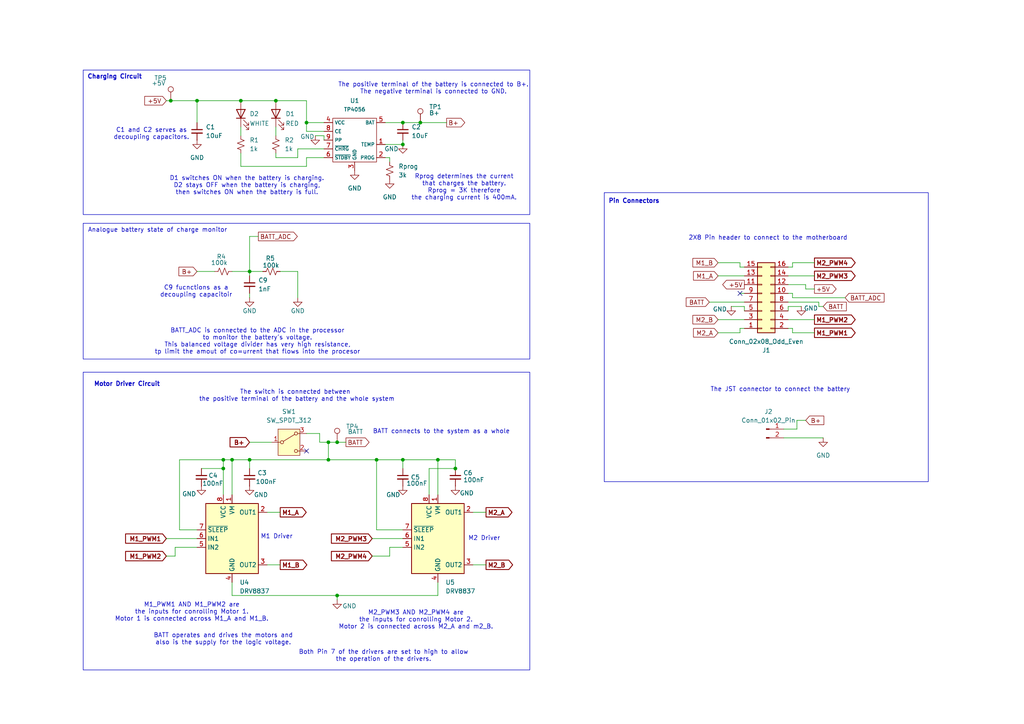
<source format=kicad_sch>
(kicad_sch
	(version 20231120)
	(generator "eeschema")
	(generator_version "8.0")
	(uuid "a0623d53-04e5-4ca0-b210-d9be476acf39")
	(paper "A4")
	(title_block
		(title "Power subsystem")
		(date "2024-03-21")
		(rev "v7")
		(company "Philasande Ngema NGMPHI006")
		(comment 1 "GROUP 33")
	)
	(lib_symbols
		(symbol "Connector:Conn_01x02_Pin"
			(pin_names
				(offset 1.016) hide)
			(exclude_from_sim no)
			(in_bom yes)
			(on_board yes)
			(property "Reference" "J"
				(at 0 2.54 0)
				(effects
					(font
						(size 1.27 1.27)
					)
				)
			)
			(property "Value" "Conn_01x02_Pin"
				(at 0 -5.08 0)
				(effects
					(font
						(size 1.27 1.27)
					)
				)
			)
			(property "Footprint" ""
				(at 0 0 0)
				(effects
					(font
						(size 1.27 1.27)
					)
					(hide yes)
				)
			)
			(property "Datasheet" "~"
				(at 0 0 0)
				(effects
					(font
						(size 1.27 1.27)
					)
					(hide yes)
				)
			)
			(property "Description" "Generic connector, single row, 01x02, script generated"
				(at 0 0 0)
				(effects
					(font
						(size 1.27 1.27)
					)
					(hide yes)
				)
			)
			(property "ki_locked" ""
				(at 0 0 0)
				(effects
					(font
						(size 1.27 1.27)
					)
				)
			)
			(property "ki_keywords" "connector"
				(at 0 0 0)
				(effects
					(font
						(size 1.27 1.27)
					)
					(hide yes)
				)
			)
			(property "ki_fp_filters" "Connector*:*_1x??_*"
				(at 0 0 0)
				(effects
					(font
						(size 1.27 1.27)
					)
					(hide yes)
				)
			)
			(symbol "Conn_01x02_Pin_1_1"
				(polyline
					(pts
						(xy 1.27 -2.54) (xy 0.8636 -2.54)
					)
					(stroke
						(width 0.1524)
						(type default)
					)
					(fill
						(type none)
					)
				)
				(polyline
					(pts
						(xy 1.27 0) (xy 0.8636 0)
					)
					(stroke
						(width 0.1524)
						(type default)
					)
					(fill
						(type none)
					)
				)
				(rectangle
					(start 0.8636 -2.413)
					(end 0 -2.667)
					(stroke
						(width 0.1524)
						(type default)
					)
					(fill
						(type outline)
					)
				)
				(rectangle
					(start 0.8636 0.127)
					(end 0 -0.127)
					(stroke
						(width 0.1524)
						(type default)
					)
					(fill
						(type outline)
					)
				)
				(pin passive line
					(at 5.08 0 180)
					(length 3.81)
					(name "Pin_1"
						(effects
							(font
								(size 1.27 1.27)
							)
						)
					)
					(number "1"
						(effects
							(font
								(size 1.27 1.27)
							)
						)
					)
				)
				(pin passive line
					(at 5.08 -2.54 180)
					(length 3.81)
					(name "Pin_2"
						(effects
							(font
								(size 1.27 1.27)
							)
						)
					)
					(number "2"
						(effects
							(font
								(size 1.27 1.27)
							)
						)
					)
				)
			)
		)
		(symbol "Connector:TestPoint"
			(pin_numbers hide)
			(pin_names
				(offset 0.762) hide)
			(exclude_from_sim no)
			(in_bom yes)
			(on_board yes)
			(property "Reference" "TP"
				(at 0 6.858 0)
				(effects
					(font
						(size 1.27 1.27)
					)
				)
			)
			(property "Value" "TestPoint"
				(at 0 5.08 0)
				(effects
					(font
						(size 1.27 1.27)
					)
				)
			)
			(property "Footprint" ""
				(at 5.08 0 0)
				(effects
					(font
						(size 1.27 1.27)
					)
					(hide yes)
				)
			)
			(property "Datasheet" "~"
				(at 5.08 0 0)
				(effects
					(font
						(size 1.27 1.27)
					)
					(hide yes)
				)
			)
			(property "Description" "test point"
				(at 0 0 0)
				(effects
					(font
						(size 1.27 1.27)
					)
					(hide yes)
				)
			)
			(property "ki_keywords" "test point tp"
				(at 0 0 0)
				(effects
					(font
						(size 1.27 1.27)
					)
					(hide yes)
				)
			)
			(property "ki_fp_filters" "Pin* Test*"
				(at 0 0 0)
				(effects
					(font
						(size 1.27 1.27)
					)
					(hide yes)
				)
			)
			(symbol "TestPoint_0_1"
				(circle
					(center 0 3.302)
					(radius 0.762)
					(stroke
						(width 0)
						(type default)
					)
					(fill
						(type none)
					)
				)
			)
			(symbol "TestPoint_1_1"
				(pin passive line
					(at 0 0 90)
					(length 2.54)
					(name "1"
						(effects
							(font
								(size 1.27 1.27)
							)
						)
					)
					(number "1"
						(effects
							(font
								(size 1.27 1.27)
							)
						)
					)
				)
			)
		)
		(symbol "Connector_Generic:Conn_02x08_Odd_Even"
			(pin_names
				(offset 1.016) hide)
			(exclude_from_sim no)
			(in_bom yes)
			(on_board yes)
			(property "Reference" "J"
				(at 1.27 10.16 0)
				(effects
					(font
						(size 1.27 1.27)
					)
				)
			)
			(property "Value" "Conn_02x08_Odd_Even"
				(at 1.27 -12.7 0)
				(effects
					(font
						(size 1.27 1.27)
					)
				)
			)
			(property "Footprint" ""
				(at 0 0 0)
				(effects
					(font
						(size 1.27 1.27)
					)
					(hide yes)
				)
			)
			(property "Datasheet" "~"
				(at 0 0 0)
				(effects
					(font
						(size 1.27 1.27)
					)
					(hide yes)
				)
			)
			(property "Description" "Generic connector, double row, 02x08, odd/even pin numbering scheme (row 1 odd numbers, row 2 even numbers), script generated (kicad-library-utils/schlib/autogen/connector/)"
				(at 0 0 0)
				(effects
					(font
						(size 1.27 1.27)
					)
					(hide yes)
				)
			)
			(property "ki_keywords" "connector"
				(at 0 0 0)
				(effects
					(font
						(size 1.27 1.27)
					)
					(hide yes)
				)
			)
			(property "ki_fp_filters" "Connector*:*_2x??_*"
				(at 0 0 0)
				(effects
					(font
						(size 1.27 1.27)
					)
					(hide yes)
				)
			)
			(symbol "Conn_02x08_Odd_Even_1_1"
				(rectangle
					(start -1.27 -10.033)
					(end 0 -10.287)
					(stroke
						(width 0.1524)
						(type default)
					)
					(fill
						(type none)
					)
				)
				(rectangle
					(start -1.27 -7.493)
					(end 0 -7.747)
					(stroke
						(width 0.1524)
						(type default)
					)
					(fill
						(type none)
					)
				)
				(rectangle
					(start -1.27 -4.953)
					(end 0 -5.207)
					(stroke
						(width 0.1524)
						(type default)
					)
					(fill
						(type none)
					)
				)
				(rectangle
					(start -1.27 -2.413)
					(end 0 -2.667)
					(stroke
						(width 0.1524)
						(type default)
					)
					(fill
						(type none)
					)
				)
				(rectangle
					(start -1.27 0.127)
					(end 0 -0.127)
					(stroke
						(width 0.1524)
						(type default)
					)
					(fill
						(type none)
					)
				)
				(rectangle
					(start -1.27 2.667)
					(end 0 2.413)
					(stroke
						(width 0.1524)
						(type default)
					)
					(fill
						(type none)
					)
				)
				(rectangle
					(start -1.27 5.207)
					(end 0 4.953)
					(stroke
						(width 0.1524)
						(type default)
					)
					(fill
						(type none)
					)
				)
				(rectangle
					(start -1.27 7.747)
					(end 0 7.493)
					(stroke
						(width 0.1524)
						(type default)
					)
					(fill
						(type none)
					)
				)
				(rectangle
					(start -1.27 8.89)
					(end 3.81 -11.43)
					(stroke
						(width 0.254)
						(type default)
					)
					(fill
						(type background)
					)
				)
				(rectangle
					(start 3.81 -10.033)
					(end 2.54 -10.287)
					(stroke
						(width 0.1524)
						(type default)
					)
					(fill
						(type none)
					)
				)
				(rectangle
					(start 3.81 -7.493)
					(end 2.54 -7.747)
					(stroke
						(width 0.1524)
						(type default)
					)
					(fill
						(type none)
					)
				)
				(rectangle
					(start 3.81 -4.953)
					(end 2.54 -5.207)
					(stroke
						(width 0.1524)
						(type default)
					)
					(fill
						(type none)
					)
				)
				(rectangle
					(start 3.81 -2.413)
					(end 2.54 -2.667)
					(stroke
						(width 0.1524)
						(type default)
					)
					(fill
						(type none)
					)
				)
				(rectangle
					(start 3.81 0.127)
					(end 2.54 -0.127)
					(stroke
						(width 0.1524)
						(type default)
					)
					(fill
						(type none)
					)
				)
				(rectangle
					(start 3.81 2.667)
					(end 2.54 2.413)
					(stroke
						(width 0.1524)
						(type default)
					)
					(fill
						(type none)
					)
				)
				(rectangle
					(start 3.81 5.207)
					(end 2.54 4.953)
					(stroke
						(width 0.1524)
						(type default)
					)
					(fill
						(type none)
					)
				)
				(rectangle
					(start 3.81 7.747)
					(end 2.54 7.493)
					(stroke
						(width 0.1524)
						(type default)
					)
					(fill
						(type none)
					)
				)
				(pin passive line
					(at -5.08 7.62 0)
					(length 3.81)
					(name "Pin_1"
						(effects
							(font
								(size 1.27 1.27)
							)
						)
					)
					(number "1"
						(effects
							(font
								(size 1.27 1.27)
							)
						)
					)
				)
				(pin passive line
					(at 7.62 -2.54 180)
					(length 3.81)
					(name "Pin_10"
						(effects
							(font
								(size 1.27 1.27)
							)
						)
					)
					(number "10"
						(effects
							(font
								(size 1.27 1.27)
							)
						)
					)
				)
				(pin passive line
					(at -5.08 -5.08 0)
					(length 3.81)
					(name "Pin_11"
						(effects
							(font
								(size 1.27 1.27)
							)
						)
					)
					(number "11"
						(effects
							(font
								(size 1.27 1.27)
							)
						)
					)
				)
				(pin passive line
					(at 7.62 -5.08 180)
					(length 3.81)
					(name "Pin_12"
						(effects
							(font
								(size 1.27 1.27)
							)
						)
					)
					(number "12"
						(effects
							(font
								(size 1.27 1.27)
							)
						)
					)
				)
				(pin passive line
					(at -5.08 -7.62 0)
					(length 3.81)
					(name "Pin_13"
						(effects
							(font
								(size 1.27 1.27)
							)
						)
					)
					(number "13"
						(effects
							(font
								(size 1.27 1.27)
							)
						)
					)
				)
				(pin passive line
					(at 7.62 -7.62 180)
					(length 3.81)
					(name "Pin_14"
						(effects
							(font
								(size 1.27 1.27)
							)
						)
					)
					(number "14"
						(effects
							(font
								(size 1.27 1.27)
							)
						)
					)
				)
				(pin passive line
					(at -5.08 -10.16 0)
					(length 3.81)
					(name "Pin_15"
						(effects
							(font
								(size 1.27 1.27)
							)
						)
					)
					(number "15"
						(effects
							(font
								(size 1.27 1.27)
							)
						)
					)
				)
				(pin passive line
					(at 7.62 -10.16 180)
					(length 3.81)
					(name "Pin_16"
						(effects
							(font
								(size 1.27 1.27)
							)
						)
					)
					(number "16"
						(effects
							(font
								(size 1.27 1.27)
							)
						)
					)
				)
				(pin passive line
					(at 7.62 7.62 180)
					(length 3.81)
					(name "Pin_2"
						(effects
							(font
								(size 1.27 1.27)
							)
						)
					)
					(number "2"
						(effects
							(font
								(size 1.27 1.27)
							)
						)
					)
				)
				(pin passive line
					(at -5.08 5.08 0)
					(length 3.81)
					(name "Pin_3"
						(effects
							(font
								(size 1.27 1.27)
							)
						)
					)
					(number "3"
						(effects
							(font
								(size 1.27 1.27)
							)
						)
					)
				)
				(pin passive line
					(at 7.62 5.08 180)
					(length 3.81)
					(name "Pin_4"
						(effects
							(font
								(size 1.27 1.27)
							)
						)
					)
					(number "4"
						(effects
							(font
								(size 1.27 1.27)
							)
						)
					)
				)
				(pin passive line
					(at -5.08 2.54 0)
					(length 3.81)
					(name "Pin_5"
						(effects
							(font
								(size 1.27 1.27)
							)
						)
					)
					(number "5"
						(effects
							(font
								(size 1.27 1.27)
							)
						)
					)
				)
				(pin passive line
					(at 7.62 2.54 180)
					(length 3.81)
					(name "Pin_6"
						(effects
							(font
								(size 1.27 1.27)
							)
						)
					)
					(number "6"
						(effects
							(font
								(size 1.27 1.27)
							)
						)
					)
				)
				(pin passive line
					(at -5.08 0 0)
					(length 3.81)
					(name "Pin_7"
						(effects
							(font
								(size 1.27 1.27)
							)
						)
					)
					(number "7"
						(effects
							(font
								(size 1.27 1.27)
							)
						)
					)
				)
				(pin passive line
					(at 7.62 0 180)
					(length 3.81)
					(name "Pin_8"
						(effects
							(font
								(size 1.27 1.27)
							)
						)
					)
					(number "8"
						(effects
							(font
								(size 1.27 1.27)
							)
						)
					)
				)
				(pin passive line
					(at -5.08 -2.54 0)
					(length 3.81)
					(name "Pin_9"
						(effects
							(font
								(size 1.27 1.27)
							)
						)
					)
					(number "9"
						(effects
							(font
								(size 1.27 1.27)
							)
						)
					)
				)
			)
		)
		(symbol "Device:C_Small"
			(pin_numbers hide)
			(pin_names
				(offset 0.254) hide)
			(exclude_from_sim no)
			(in_bom yes)
			(on_board yes)
			(property "Reference" "C"
				(at 0.254 1.778 0)
				(effects
					(font
						(size 1.27 1.27)
					)
					(justify left)
				)
			)
			(property "Value" "C_Small"
				(at 0.254 -2.032 0)
				(effects
					(font
						(size 1.27 1.27)
					)
					(justify left)
				)
			)
			(property "Footprint" ""
				(at 0 0 0)
				(effects
					(font
						(size 1.27 1.27)
					)
					(hide yes)
				)
			)
			(property "Datasheet" "~"
				(at 0 0 0)
				(effects
					(font
						(size 1.27 1.27)
					)
					(hide yes)
				)
			)
			(property "Description" "Unpolarized capacitor, small symbol"
				(at 0 0 0)
				(effects
					(font
						(size 1.27 1.27)
					)
					(hide yes)
				)
			)
			(property "ki_keywords" "capacitor cap"
				(at 0 0 0)
				(effects
					(font
						(size 1.27 1.27)
					)
					(hide yes)
				)
			)
			(property "ki_fp_filters" "C_*"
				(at 0 0 0)
				(effects
					(font
						(size 1.27 1.27)
					)
					(hide yes)
				)
			)
			(symbol "C_Small_0_1"
				(polyline
					(pts
						(xy -1.524 -0.508) (xy 1.524 -0.508)
					)
					(stroke
						(width 0.3302)
						(type default)
					)
					(fill
						(type none)
					)
				)
				(polyline
					(pts
						(xy -1.524 0.508) (xy 1.524 0.508)
					)
					(stroke
						(width 0.3048)
						(type default)
					)
					(fill
						(type none)
					)
				)
			)
			(symbol "C_Small_1_1"
				(pin passive line
					(at 0 2.54 270)
					(length 2.032)
					(name "~"
						(effects
							(font
								(size 1.27 1.27)
							)
						)
					)
					(number "1"
						(effects
							(font
								(size 1.27 1.27)
							)
						)
					)
				)
				(pin passive line
					(at 0 -2.54 90)
					(length 2.032)
					(name "~"
						(effects
							(font
								(size 1.27 1.27)
							)
						)
					)
					(number "2"
						(effects
							(font
								(size 1.27 1.27)
							)
						)
					)
				)
			)
		)
		(symbol "Device:LED"
			(pin_numbers hide)
			(pin_names
				(offset 1.016) hide)
			(exclude_from_sim no)
			(in_bom yes)
			(on_board yes)
			(property "Reference" "D"
				(at 0 2.54 0)
				(effects
					(font
						(size 1.27 1.27)
					)
				)
			)
			(property "Value" "LED"
				(at 0 -2.54 0)
				(effects
					(font
						(size 1.27 1.27)
					)
				)
			)
			(property "Footprint" ""
				(at 0 0 0)
				(effects
					(font
						(size 1.27 1.27)
					)
					(hide yes)
				)
			)
			(property "Datasheet" "~"
				(at 0 0 0)
				(effects
					(font
						(size 1.27 1.27)
					)
					(hide yes)
				)
			)
			(property "Description" "Light emitting diode"
				(at 0 0 0)
				(effects
					(font
						(size 1.27 1.27)
					)
					(hide yes)
				)
			)
			(property "ki_keywords" "LED diode"
				(at 0 0 0)
				(effects
					(font
						(size 1.27 1.27)
					)
					(hide yes)
				)
			)
			(property "ki_fp_filters" "LED* LED_SMD:* LED_THT:*"
				(at 0 0 0)
				(effects
					(font
						(size 1.27 1.27)
					)
					(hide yes)
				)
			)
			(symbol "LED_0_1"
				(polyline
					(pts
						(xy -1.27 -1.27) (xy -1.27 1.27)
					)
					(stroke
						(width 0.254)
						(type default)
					)
					(fill
						(type none)
					)
				)
				(polyline
					(pts
						(xy -1.27 0) (xy 1.27 0)
					)
					(stroke
						(width 0)
						(type default)
					)
					(fill
						(type none)
					)
				)
				(polyline
					(pts
						(xy 1.27 -1.27) (xy 1.27 1.27) (xy -1.27 0) (xy 1.27 -1.27)
					)
					(stroke
						(width 0.254)
						(type default)
					)
					(fill
						(type none)
					)
				)
				(polyline
					(pts
						(xy -3.048 -0.762) (xy -4.572 -2.286) (xy -3.81 -2.286) (xy -4.572 -2.286) (xy -4.572 -1.524)
					)
					(stroke
						(width 0)
						(type default)
					)
					(fill
						(type none)
					)
				)
				(polyline
					(pts
						(xy -1.778 -0.762) (xy -3.302 -2.286) (xy -2.54 -2.286) (xy -3.302 -2.286) (xy -3.302 -1.524)
					)
					(stroke
						(width 0)
						(type default)
					)
					(fill
						(type none)
					)
				)
			)
			(symbol "LED_1_1"
				(pin passive line
					(at -3.81 0 0)
					(length 2.54)
					(name "K"
						(effects
							(font
								(size 1.27 1.27)
							)
						)
					)
					(number "1"
						(effects
							(font
								(size 1.27 1.27)
							)
						)
					)
				)
				(pin passive line
					(at 3.81 0 180)
					(length 2.54)
					(name "A"
						(effects
							(font
								(size 1.27 1.27)
							)
						)
					)
					(number "2"
						(effects
							(font
								(size 1.27 1.27)
							)
						)
					)
				)
			)
		)
		(symbol "Device:R_Small_US"
			(pin_numbers hide)
			(pin_names
				(offset 0.254) hide)
			(exclude_from_sim no)
			(in_bom yes)
			(on_board yes)
			(property "Reference" "R"
				(at 0.762 0.508 0)
				(effects
					(font
						(size 1.27 1.27)
					)
					(justify left)
				)
			)
			(property "Value" "R_Small_US"
				(at 0.762 -1.016 0)
				(effects
					(font
						(size 1.27 1.27)
					)
					(justify left)
				)
			)
			(property "Footprint" ""
				(at 0 0 0)
				(effects
					(font
						(size 1.27 1.27)
					)
					(hide yes)
				)
			)
			(property "Datasheet" "~"
				(at 0 0 0)
				(effects
					(font
						(size 1.27 1.27)
					)
					(hide yes)
				)
			)
			(property "Description" "Resistor, small US symbol"
				(at 0 0 0)
				(effects
					(font
						(size 1.27 1.27)
					)
					(hide yes)
				)
			)
			(property "ki_keywords" "r resistor"
				(at 0 0 0)
				(effects
					(font
						(size 1.27 1.27)
					)
					(hide yes)
				)
			)
			(property "ki_fp_filters" "R_*"
				(at 0 0 0)
				(effects
					(font
						(size 1.27 1.27)
					)
					(hide yes)
				)
			)
			(symbol "R_Small_US_1_1"
				(polyline
					(pts
						(xy 0 0) (xy 1.016 -0.381) (xy 0 -0.762) (xy -1.016 -1.143) (xy 0 -1.524)
					)
					(stroke
						(width 0)
						(type default)
					)
					(fill
						(type none)
					)
				)
				(polyline
					(pts
						(xy 0 1.524) (xy 1.016 1.143) (xy 0 0.762) (xy -1.016 0.381) (xy 0 0)
					)
					(stroke
						(width 0)
						(type default)
					)
					(fill
						(type none)
					)
				)
				(pin passive line
					(at 0 2.54 270)
					(length 1.016)
					(name "~"
						(effects
							(font
								(size 1.27 1.27)
							)
						)
					)
					(number "1"
						(effects
							(font
								(size 1.27 1.27)
							)
						)
					)
				)
				(pin passive line
					(at 0 -2.54 90)
					(length 1.016)
					(name "~"
						(effects
							(font
								(size 1.27 1.27)
							)
						)
					)
					(number "2"
						(effects
							(font
								(size 1.27 1.27)
							)
						)
					)
				)
			)
		)
		(symbol "Driver_Motor:DRV8837"
			(exclude_from_sim no)
			(in_bom yes)
			(on_board yes)
			(property "Reference" "U"
				(at 6.35 11.43 0)
				(effects
					(font
						(size 1.27 1.27)
					)
				)
			)
			(property "Value" "DRV8837"
				(at -10.16 11.43 0)
				(effects
					(font
						(size 1.27 1.27)
					)
				)
			)
			(property "Footprint" "Package_SON:WSON-8-1EP_2x2mm_P0.5mm_EP0.9x1.6mm"
				(at 0 -21.59 0)
				(effects
					(font
						(size 1.27 1.27)
					)
					(hide yes)
				)
			)
			(property "Datasheet" "http://www.ti.com/lit/ds/symlink/drv8837.pdf"
				(at 0 0 0)
				(effects
					(font
						(size 1.27 1.27)
					)
					(hide yes)
				)
			)
			(property "Description" "H-Bridge driver, 1.8A, Low Voltage, PWM input, WSON-8"
				(at 0 0 0)
				(effects
					(font
						(size 1.27 1.27)
					)
					(hide yes)
				)
			)
			(property "ki_keywords" "half bridge driver"
				(at 0 0 0)
				(effects
					(font
						(size 1.27 1.27)
					)
					(hide yes)
				)
			)
			(property "ki_fp_filters" "WSON*1EP*2x2mm*P0.5mm*"
				(at 0 0 0)
				(effects
					(font
						(size 1.27 1.27)
					)
					(hide yes)
				)
			)
			(symbol "DRV8837_0_1"
				(rectangle
					(start -7.62 10.16)
					(end 7.62 -10.16)
					(stroke
						(width 0.254)
						(type default)
					)
					(fill
						(type background)
					)
				)
			)
			(symbol "DRV8837_1_1"
				(pin power_in line
					(at 0 12.7 270)
					(length 2.54)
					(name "VM"
						(effects
							(font
								(size 1.27 1.27)
							)
						)
					)
					(number "1"
						(effects
							(font
								(size 1.27 1.27)
							)
						)
					)
				)
				(pin output line
					(at 10.16 7.62 180)
					(length 2.54)
					(name "OUT1"
						(effects
							(font
								(size 1.27 1.27)
							)
						)
					)
					(number "2"
						(effects
							(font
								(size 1.27 1.27)
							)
						)
					)
				)
				(pin output line
					(at 10.16 -7.62 180)
					(length 2.54)
					(name "OUT2"
						(effects
							(font
								(size 1.27 1.27)
							)
						)
					)
					(number "3"
						(effects
							(font
								(size 1.27 1.27)
							)
						)
					)
				)
				(pin power_in line
					(at 0 -12.7 90)
					(length 2.54)
					(name "GND"
						(effects
							(font
								(size 1.27 1.27)
							)
						)
					)
					(number "4"
						(effects
							(font
								(size 1.27 1.27)
							)
						)
					)
				)
				(pin input line
					(at -10.16 -2.54 0)
					(length 2.54)
					(name "IN2"
						(effects
							(font
								(size 1.27 1.27)
							)
						)
					)
					(number "5"
						(effects
							(font
								(size 1.27 1.27)
							)
						)
					)
				)
				(pin input line
					(at -10.16 0 0)
					(length 2.54)
					(name "IN1"
						(effects
							(font
								(size 1.27 1.27)
							)
						)
					)
					(number "6"
						(effects
							(font
								(size 1.27 1.27)
							)
						)
					)
				)
				(pin input line
					(at -10.16 2.54 0)
					(length 2.54)
					(name "~{SLEEP}"
						(effects
							(font
								(size 1.27 1.27)
							)
						)
					)
					(number "7"
						(effects
							(font
								(size 1.27 1.27)
							)
						)
					)
				)
				(pin power_in line
					(at -2.54 12.7 270)
					(length 2.54)
					(name "VCC"
						(effects
							(font
								(size 1.27 1.27)
							)
						)
					)
					(number "8"
						(effects
							(font
								(size 1.27 1.27)
							)
						)
					)
				)
				(pin passive line
					(at 0 -12.7 90)
					(length 2.54) hide
					(name "GND"
						(effects
							(font
								(size 1.27 1.27)
							)
						)
					)
					(number "9"
						(effects
							(font
								(size 1.27 1.27)
							)
						)
					)
				)
			)
		)
		(symbol "Switch:SW_SPDT_312"
			(pin_names
				(offset 1) hide)
			(exclude_from_sim no)
			(in_bom yes)
			(on_board yes)
			(property "Reference" "SW"
				(at 0 5.08 0)
				(effects
					(font
						(size 1.27 1.27)
					)
				)
			)
			(property "Value" "SW_SPDT_312"
				(at 0 -5.08 0)
				(effects
					(font
						(size 1.27 1.27)
					)
				)
			)
			(property "Footprint" ""
				(at 0 -10.16 0)
				(effects
					(font
						(size 1.27 1.27)
					)
					(hide yes)
				)
			)
			(property "Datasheet" "~"
				(at 0 -7.62 0)
				(effects
					(font
						(size 1.27 1.27)
					)
					(hide yes)
				)
			)
			(property "Description" "Switch, single pole double throw"
				(at 0 0 0)
				(effects
					(font
						(size 1.27 1.27)
					)
					(hide yes)
				)
			)
			(property "ki_keywords" "changeover single-pole double-throw spdt ON-ON"
				(at 0 0 0)
				(effects
					(font
						(size 1.27 1.27)
					)
					(hide yes)
				)
			)
			(symbol "SW_SPDT_312_0_1"
				(circle
					(center -2.032 0)
					(radius 0.4572)
					(stroke
						(width 0)
						(type default)
					)
					(fill
						(type none)
					)
				)
				(polyline
					(pts
						(xy -1.651 0.254) (xy 1.651 2.286)
					)
					(stroke
						(width 0)
						(type default)
					)
					(fill
						(type none)
					)
				)
				(circle
					(center 2.032 -2.54)
					(radius 0.4572)
					(stroke
						(width 0)
						(type default)
					)
					(fill
						(type none)
					)
				)
				(circle
					(center 2.032 2.54)
					(radius 0.4572)
					(stroke
						(width 0)
						(type default)
					)
					(fill
						(type none)
					)
				)
			)
			(symbol "SW_SPDT_312_1_1"
				(rectangle
					(start -3.175 3.81)
					(end 3.175 -3.81)
					(stroke
						(width 0)
						(type default)
					)
					(fill
						(type background)
					)
				)
				(pin passive line
					(at -5.08 0 0)
					(length 2.54)
					(name "B"
						(effects
							(font
								(size 1.27 1.27)
							)
						)
					)
					(number "1"
						(effects
							(font
								(size 1.27 1.27)
							)
						)
					)
				)
				(pin passive line
					(at 5.08 -2.54 180)
					(length 2.54)
					(name "C"
						(effects
							(font
								(size 1.27 1.27)
							)
						)
					)
					(number "2"
						(effects
							(font
								(size 1.27 1.27)
							)
						)
					)
				)
				(pin passive line
					(at 5.08 2.54 180)
					(length 2.54)
					(name "A"
						(effects
							(font
								(size 1.27 1.27)
							)
						)
					)
					(number "3"
						(effects
							(font
								(size 1.27 1.27)
							)
						)
					)
				)
			)
		)
		(symbol "power:GND"
			(power)
			(pin_numbers hide)
			(pin_names
				(offset 0) hide)
			(exclude_from_sim no)
			(in_bom yes)
			(on_board yes)
			(property "Reference" "#PWR"
				(at 0 -6.35 0)
				(effects
					(font
						(size 1.27 1.27)
					)
					(hide yes)
				)
			)
			(property "Value" "GND"
				(at 0 -3.81 0)
				(effects
					(font
						(size 1.27 1.27)
					)
				)
			)
			(property "Footprint" ""
				(at 0 0 0)
				(effects
					(font
						(size 1.27 1.27)
					)
					(hide yes)
				)
			)
			(property "Datasheet" ""
				(at 0 0 0)
				(effects
					(font
						(size 1.27 1.27)
					)
					(hide yes)
				)
			)
			(property "Description" "Power symbol creates a global label with name \"GND\" , ground"
				(at 0 0 0)
				(effects
					(font
						(size 1.27 1.27)
					)
					(hide yes)
				)
			)
			(property "ki_keywords" "global power"
				(at 0 0 0)
				(effects
					(font
						(size 1.27 1.27)
					)
					(hide yes)
				)
			)
			(symbol "GND_0_1"
				(polyline
					(pts
						(xy 0 0) (xy 0 -1.27) (xy 1.27 -1.27) (xy 0 -2.54) (xy -1.27 -1.27) (xy 0 -1.27)
					)
					(stroke
						(width 0)
						(type default)
					)
					(fill
						(type none)
					)
				)
			)
			(symbol "GND_1_1"
				(pin power_in line
					(at 0 0 270)
					(length 0)
					(name "~"
						(effects
							(font
								(size 1.27 1.27)
							)
						)
					)
					(number "1"
						(effects
							(font
								(size 1.27 1.27)
							)
						)
					)
				)
			)
		)
		(symbol "tp4056:TP4056"
			(exclude_from_sim no)
			(in_bom yes)
			(on_board yes)
			(property "Reference" "U"
				(at 1.27 13.97 0)
				(effects
					(font
						(size 1.27 1.27)
					)
				)
			)
			(property "Value" "TP4056"
				(at 8.89 13.97 0)
				(effects
					(font
						(size 1.1 1.1)
					)
				)
			)
			(property "Footprint" "Package_SO:SOIC-8-1EP_3.9x4.9mm_P1.27mm_EP2.29x3mm"
				(at 0 0 0)
				(effects
					(font
						(size 1.27 1.27)
					)
					(hide yes)
				)
			)
			(property "Datasheet" ""
				(at 0 0 0)
				(effects
					(font
						(size 1.27 1.27)
					)
					(hide yes)
				)
			)
			(property "Description" "TP4056"
				(at 0 0 0)
				(effects
					(font
						(size 1.27 1.27)
					)
					(hide yes)
				)
			)
			(symbol "TP4056_0_1"
				(rectangle
					(start 0 12.7)
					(end 12.7 0)
					(stroke
						(width 0)
						(type default)
					)
					(fill
						(type none)
					)
				)
			)
			(symbol "TP4056_1_1"
				(pin input line
					(at 15.24 5.08 180)
					(length 2.54)
					(name "TEMP"
						(effects
							(font
								(size 1 1)
							)
						)
					)
					(number "1"
						(effects
							(font
								(size 1.27 1.27)
							)
						)
					)
				)
				(pin input line
					(at 15.24 1.27 180)
					(length 2.54)
					(name "PROG"
						(effects
							(font
								(size 1 1)
							)
						)
					)
					(number "2"
						(effects
							(font
								(size 1.27 1.27)
							)
						)
					)
				)
				(pin input line
					(at 6.35 -2.54 90)
					(length 2.54)
					(name "GND"
						(effects
							(font
								(size 1 1)
							)
						)
					)
					(number "3"
						(effects
							(font
								(size 1.27 1.27)
							)
						)
					)
				)
				(pin input line
					(at -2.54 11.43 0)
					(length 2.54)
					(name "VCC"
						(effects
							(font
								(size 1 1)
							)
						)
					)
					(number "4"
						(effects
							(font
								(size 1.27 1.27)
							)
						)
					)
				)
				(pin input line
					(at 15.24 11.43 180)
					(length 2.54)
					(name "BAT"
						(effects
							(font
								(size 1 1)
							)
						)
					)
					(number "5"
						(effects
							(font
								(size 1.27 1.27)
							)
						)
					)
				)
				(pin input line
					(at -2.54 1.27 0)
					(length 2.54)
					(name "~{STDBY}"
						(effects
							(font
								(size 1 1)
							)
						)
					)
					(number "6"
						(effects
							(font
								(size 1.27 1.27)
							)
						)
					)
				)
				(pin input line
					(at -2.54 3.81 0)
					(length 2.54)
					(name "~{CHRG}"
						(effects
							(font
								(size 1 1)
							)
						)
					)
					(number "7"
						(effects
							(font
								(size 1.27 1.27)
							)
						)
					)
				)
				(pin input line
					(at -2.54 8.89 0)
					(length 2.54)
					(name "CE"
						(effects
							(font
								(size 1 1)
							)
						)
					)
					(number "8"
						(effects
							(font
								(size 1.27 1.27)
							)
						)
					)
				)
				(pin input line
					(at -2.54 6.35 0)
					(length 2.54)
					(name "PP"
						(effects
							(font
								(size 1 1)
							)
						)
					)
					(number "9"
						(effects
							(font
								(size 1.27 1.27)
							)
						)
					)
				)
			)
		)
	)
	(junction
		(at 132.08 135.89)
		(diameter 0)
		(color 0 0 0 0)
		(uuid "02995199-96b9-4e78-bd3c-782c44ebddcc")
	)
	(junction
		(at 121.92 35.56)
		(diameter 0)
		(color 0 0 0 0)
		(uuid "178d7a1b-34ee-4298-89f6-5c98c28a6bb3")
	)
	(junction
		(at 64.77 135.89)
		(diameter 0)
		(color 0 0 0 0)
		(uuid "1c2fe473-16f3-443e-8d7e-54c7c6ef874e")
	)
	(junction
		(at 67.31 133.35)
		(diameter 0)
		(color 0 0 0 0)
		(uuid "1f2f7a2d-6152-4c1b-9b22-0654c0444378")
	)
	(junction
		(at 72.39 133.35)
		(diameter 0)
		(color 0 0 0 0)
		(uuid "379f4538-a03d-47d2-9209-df314b20dd82")
	)
	(junction
		(at 49.53 29.21)
		(diameter 0)
		(color 0 0 0 0)
		(uuid "3f1c78b2-5d86-4841-adf5-658f8841f383")
	)
	(junction
		(at 109.22 133.35)
		(diameter 0)
		(color 0 0 0 0)
		(uuid "4364f101-0d1c-4a6a-bf6e-072d1a074a67")
	)
	(junction
		(at 116.84 35.56)
		(diameter 0)
		(color 0 0 0 0)
		(uuid "472b0156-7915-40a0-baab-248eff58febf")
	)
	(junction
		(at 116.84 41.91)
		(diameter 0)
		(color 0 0 0 0)
		(uuid "5e502f28-67f0-480a-9991-2f8523f3b089")
	)
	(junction
		(at 69.85 29.21)
		(diameter 0)
		(color 0 0 0 0)
		(uuid "616d2a46-7920-4cbc-bb1d-913a5bb44f90")
	)
	(junction
		(at 97.79 128.27)
		(diameter 0)
		(color 0 0 0 0)
		(uuid "64937c95-893e-4c94-a3a7-25ae2dea340b")
	)
	(junction
		(at 72.39 78.74)
		(diameter 0)
		(color 0 0 0 0)
		(uuid "6ad42bd4-5555-4f94-ba1e-1dc3c4eb2084")
	)
	(junction
		(at 57.15 29.21)
		(diameter 0)
		(color 0 0 0 0)
		(uuid "73b7fd56-d288-47b7-a6eb-b19c8c7374d4")
	)
	(junction
		(at 95.25 128.27)
		(diameter 0)
		(color 0 0 0 0)
		(uuid "74453f55-9b0e-40fc-b297-2bb44be9376b")
	)
	(junction
		(at 95.25 133.35)
		(diameter 0)
		(color 0 0 0 0)
		(uuid "781ea35e-ad8e-42ab-ab78-05d3dc6561b6")
	)
	(junction
		(at 127 133.35)
		(diameter 0)
		(color 0 0 0 0)
		(uuid "82e1153a-55ab-4fba-ae96-53f5d7d81080")
	)
	(junction
		(at 64.77 133.35)
		(diameter 0)
		(color 0 0 0 0)
		(uuid "870b6f32-f146-49f1-9cac-ad9ebcf3b2e1")
	)
	(junction
		(at 116.84 133.35)
		(diameter 0)
		(color 0 0 0 0)
		(uuid "d97194c0-5181-4ec4-a1c2-922349fab4d8")
	)
	(junction
		(at 80.01 29.21)
		(diameter 0)
		(color 0 0 0 0)
		(uuid "db888f57-5492-4706-9771-a5d72f1a0316")
	)
	(junction
		(at 88.9 35.56)
		(diameter 0)
		(color 0 0 0 0)
		(uuid "e7ffba41-4c31-489c-a451-d4cc09c6eb19")
	)
	(junction
		(at 97.79 172.72)
		(diameter 0)
		(color 0 0 0 0)
		(uuid "eaf8438c-5e7c-408d-9eca-04e620465925")
	)
	(no_connect
		(at 88.9 130.81)
		(uuid "be766353-0700-4a72-97e2-1bb5a98c4170")
	)
	(no_connect
		(at 214.63 85.09)
		(uuid "ccc253c2-8d56-49be-a2e7-4a5e5e7893f6")
	)
	(wire
		(pts
			(xy 72.39 85.09) (xy 72.39 86.36)
		)
		(stroke
			(width 0)
			(type default)
		)
		(uuid "067b85c5-c273-4c04-ac16-cc1e43115f98")
	)
	(wire
		(pts
			(xy 205.74 87.63) (xy 215.9 87.63)
		)
		(stroke
			(width 0)
			(type default)
		)
		(uuid "06983e8b-1455-44c5-a6d4-57c04e0218a4")
	)
	(wire
		(pts
			(xy 86.36 78.74) (xy 81.28 78.74)
		)
		(stroke
			(width 0)
			(type default)
		)
		(uuid "072d1595-d5a4-48a4-b20e-1fc6f39df348")
	)
	(wire
		(pts
			(xy 212.09 88.9) (xy 215.9 88.9)
		)
		(stroke
			(width 0)
			(type default)
		)
		(uuid "07dc6759-0bbb-4ae6-a5a6-b409056290c9")
	)
	(wire
		(pts
			(xy 236.22 96.52) (xy 229.87 96.52)
		)
		(stroke
			(width 0)
			(type default)
		)
		(uuid "09ae6b61-0b1d-4c60-b87d-e51ff450b007")
	)
	(wire
		(pts
			(xy 214.63 96.52) (xy 214.63 95.25)
		)
		(stroke
			(width 0)
			(type default)
		)
		(uuid "0baa6442-4e6b-4ef8-a402-86f4286c4dc6")
	)
	(wire
		(pts
			(xy 95.25 128.27) (xy 95.25 133.35)
		)
		(stroke
			(width 0)
			(type default)
		)
		(uuid "137a0631-e905-4261-89b7-3abe8413acf3")
	)
	(wire
		(pts
			(xy 107.95 156.21) (xy 116.84 156.21)
		)
		(stroke
			(width 0)
			(type default)
		)
		(uuid "14a7a9b7-0c18-4b27-b8e6-f5e4bbb8fc46")
	)
	(wire
		(pts
			(xy 67.31 133.35) (xy 67.31 143.51)
		)
		(stroke
			(width 0)
			(type default)
		)
		(uuid "15e14da9-55f3-4638-82dc-bda9e233c7b4")
	)
	(wire
		(pts
			(xy 64.77 143.51) (xy 64.77 135.89)
		)
		(stroke
			(width 0)
			(type default)
		)
		(uuid "1d8d3646-f22a-457a-ae6a-b2be3b3f0bf3")
	)
	(wire
		(pts
			(xy 208.28 80.01) (xy 215.9 80.01)
		)
		(stroke
			(width 0)
			(type default)
		)
		(uuid "1e9ea198-d67b-4e8a-b40a-00dae65b960d")
	)
	(wire
		(pts
			(xy 57.15 35.56) (xy 57.15 29.21)
		)
		(stroke
			(width 0)
			(type default)
		)
		(uuid "2108be63-65d9-4f09-8a6e-0656ff9505ac")
	)
	(wire
		(pts
			(xy 228.6 90.17) (xy 228.6 88.9)
		)
		(stroke
			(width 0)
			(type default)
		)
		(uuid "23cd4b67-b7cf-4b43-bd60-71982f604925")
	)
	(wire
		(pts
			(xy 109.22 153.67) (xy 109.22 133.35)
		)
		(stroke
			(width 0)
			(type default)
		)
		(uuid "24924f18-51ae-4afc-9839-4a26403a40a3")
	)
	(wire
		(pts
			(xy 229.87 95.25) (xy 228.6 95.25)
		)
		(stroke
			(width 0)
			(type default)
		)
		(uuid "25742eb2-b9de-4c66-871a-821399175081")
	)
	(wire
		(pts
			(xy 93.98 39.37) (xy 93.98 40.64)
		)
		(stroke
			(width 0)
			(type default)
		)
		(uuid "26599a14-b9d6-416a-8ef2-7c29b79abdc0")
	)
	(wire
		(pts
			(xy 92.71 128.27) (xy 95.25 128.27)
		)
		(stroke
			(width 0)
			(type default)
		)
		(uuid "26bf5629-a2a6-4221-8a1a-414920f98e0f")
	)
	(wire
		(pts
			(xy 228.6 88.9) (xy 232.41 88.9)
		)
		(stroke
			(width 0)
			(type default)
		)
		(uuid "288cd900-61c4-4d04-b0d9-7a43d2b2c273")
	)
	(wire
		(pts
			(xy 214.63 85.09) (xy 215.9 85.09)
		)
		(stroke
			(width 0)
			(type default)
		)
		(uuid "2c01a283-3470-4551-a536-80726fb4e6d1")
	)
	(wire
		(pts
			(xy 237.49 87.63) (xy 228.6 87.63)
		)
		(stroke
			(width 0)
			(type default)
		)
		(uuid "2d819cf3-709d-4b7a-889c-a2eb088f388b")
	)
	(wire
		(pts
			(xy 233.68 82.55) (xy 228.6 82.55)
		)
		(stroke
			(width 0)
			(type default)
		)
		(uuid "2dd4ca10-51a5-4fac-b8a8-2464d9706a7a")
	)
	(wire
		(pts
			(xy 88.9 35.56) (xy 88.9 38.1)
		)
		(stroke
			(width 0)
			(type default)
		)
		(uuid "30a2caea-85d3-4c4f-a4aa-3831509536de")
	)
	(wire
		(pts
			(xy 107.95 161.29) (xy 113.03 161.29)
		)
		(stroke
			(width 0)
			(type default)
		)
		(uuid "322f0c2d-2d6d-40dc-9a87-e0a8b301a8cf")
	)
	(wire
		(pts
			(xy 231.14 121.92) (xy 231.14 124.46)
		)
		(stroke
			(width 0)
			(type default)
		)
		(uuid "3240cf52-f229-4bc7-b861-d8a2c86b68f2")
	)
	(wire
		(pts
			(xy 127 133.35) (xy 127 143.51)
		)
		(stroke
			(width 0)
			(type default)
		)
		(uuid "3500df76-1969-425c-bf68-46a55ecb3221")
	)
	(wire
		(pts
			(xy 208.28 96.52) (xy 214.63 96.52)
		)
		(stroke
			(width 0)
			(type default)
		)
		(uuid "3ed440fa-4f6f-4375-b72d-1da9afba37f6")
	)
	(wire
		(pts
			(xy 67.31 78.74) (xy 72.39 78.74)
		)
		(stroke
			(width 0)
			(type default)
		)
		(uuid "40658ee6-6abe-4de6-8faa-e6832d84ced5")
	)
	(wire
		(pts
			(xy 237.49 88.9) (xy 237.49 87.63)
		)
		(stroke
			(width 0)
			(type default)
		)
		(uuid "40660a06-de01-4379-b857-c394e179409d")
	)
	(wire
		(pts
			(xy 77.47 148.59) (xy 81.28 148.59)
		)
		(stroke
			(width 0)
			(type default)
		)
		(uuid "42ca61ae-0fec-4eb9-bc33-f55a1615d194")
	)
	(wire
		(pts
			(xy 111.76 45.72) (xy 113.03 45.72)
		)
		(stroke
			(width 0)
			(type default)
		)
		(uuid "42d1ac38-742d-4c2b-b4e8-b4f31a94b912")
	)
	(wire
		(pts
			(xy 229.87 86.36) (xy 229.87 85.09)
		)
		(stroke
			(width 0)
			(type default)
		)
		(uuid "43edec7d-1f2c-4b65-a7f0-9d223d85a125")
	)
	(wire
		(pts
			(xy 132.08 133.35) (xy 132.08 135.89)
		)
		(stroke
			(width 0)
			(type default)
		)
		(uuid "443f1f2d-07db-4718-bf2a-5e2d14b82f91")
	)
	(wire
		(pts
			(xy 88.9 48.26) (xy 69.85 48.26)
		)
		(stroke
			(width 0)
			(type default)
		)
		(uuid "4458828f-a0c9-4f5b-90b6-fb6587708f69")
	)
	(wire
		(pts
			(xy 97.79 172.72) (xy 67.31 172.72)
		)
		(stroke
			(width 0)
			(type default)
		)
		(uuid "45242005-3cbb-45e5-9239-b7bb4fe8f30d")
	)
	(wire
		(pts
			(xy 95.25 128.27) (xy 97.79 128.27)
		)
		(stroke
			(width 0)
			(type default)
		)
		(uuid "45d2ee84-01ed-4d16-81cc-1b4272471ba2")
	)
	(wire
		(pts
			(xy 72.39 78.74) (xy 72.39 80.01)
		)
		(stroke
			(width 0)
			(type default)
		)
		(uuid "49e96f85-cdd5-4d4c-a68e-1032b1449a64")
	)
	(wire
		(pts
			(xy 124.46 135.89) (xy 132.08 135.89)
		)
		(stroke
			(width 0)
			(type default)
		)
		(uuid "50ba1df8-3302-49a5-9fad-15e4aa28e376")
	)
	(wire
		(pts
			(xy 72.39 68.58) (xy 72.39 78.74)
		)
		(stroke
			(width 0)
			(type default)
		)
		(uuid "53fa445a-789f-4b3f-8cf8-fa52c5382ca1")
	)
	(wire
		(pts
			(xy 113.03 161.29) (xy 113.03 158.75)
		)
		(stroke
			(width 0)
			(type default)
		)
		(uuid "53fc0a7b-d075-41dc-8943-59b4fb002e50")
	)
	(wire
		(pts
			(xy 78.74 128.27) (xy 72.39 128.27)
		)
		(stroke
			(width 0)
			(type default)
		)
		(uuid "54863375-bd31-4019-97cd-37d4ac627604")
	)
	(wire
		(pts
			(xy 93.98 45.72) (xy 88.9 45.72)
		)
		(stroke
			(width 0)
			(type default)
		)
		(uuid "54af2f75-f5ff-4dec-aa41-ecfc63de8721")
	)
	(wire
		(pts
			(xy 116.84 133.35) (xy 116.84 135.89)
		)
		(stroke
			(width 0)
			(type default)
		)
		(uuid "57fd6880-4bc7-488c-9d3a-c70c69476e60")
	)
	(wire
		(pts
			(xy 236.22 83.82) (xy 233.68 83.82)
		)
		(stroke
			(width 0)
			(type default)
		)
		(uuid "580b71b0-c976-4906-b2f7-98dbd65f1ec1")
	)
	(wire
		(pts
			(xy 88.9 125.73) (xy 92.71 125.73)
		)
		(stroke
			(width 0)
			(type default)
		)
		(uuid "5bac3a14-e926-49f1-bbd3-c6a83806940d")
	)
	(wire
		(pts
			(xy 124.46 135.89) (xy 124.46 143.51)
		)
		(stroke
			(width 0)
			(type default)
		)
		(uuid "5ed06320-ff01-4134-8996-2875a18845d1")
	)
	(wire
		(pts
			(xy 80.01 45.72) (xy 80.01 44.45)
		)
		(stroke
			(width 0)
			(type default)
		)
		(uuid "60cf98fc-ff92-4459-b80a-794f88b0c3e9")
	)
	(wire
		(pts
			(xy 109.22 153.67) (xy 116.84 153.67)
		)
		(stroke
			(width 0)
			(type default)
		)
		(uuid "6199a510-5acb-42aa-a1e8-aaf1d86c6cda")
	)
	(wire
		(pts
			(xy 93.98 43.18) (xy 86.36 43.18)
		)
		(stroke
			(width 0)
			(type default)
		)
		(uuid "68a924c4-db52-420c-8dd0-e21f1f1fe22c")
	)
	(wire
		(pts
			(xy 88.9 38.1) (xy 93.98 38.1)
		)
		(stroke
			(width 0)
			(type default)
		)
		(uuid "6e4125c9-971c-48ee-baf1-5a78d14cfb2e")
	)
	(wire
		(pts
			(xy 127 172.72) (xy 97.79 172.72)
		)
		(stroke
			(width 0)
			(type default)
		)
		(uuid "6e6c7908-4a08-4b44-b465-40c7e6ffad43")
	)
	(wire
		(pts
			(xy 214.63 95.25) (xy 215.9 95.25)
		)
		(stroke
			(width 0)
			(type default)
		)
		(uuid "706506dc-190a-4a9f-bf88-5efc5fc7c428")
	)
	(wire
		(pts
			(xy 237.49 88.9) (xy 238.76 88.9)
		)
		(stroke
			(width 0)
			(type default)
		)
		(uuid "7104fe0a-0fe3-4527-8c47-79f90ee133d6")
	)
	(wire
		(pts
			(xy 58.42 135.89) (xy 64.77 135.89)
		)
		(stroke
			(width 0)
			(type default)
		)
		(uuid "7590a1e7-998a-4a21-9429-742f317421ea")
	)
	(wire
		(pts
			(xy 86.36 45.72) (xy 80.01 45.72)
		)
		(stroke
			(width 0)
			(type default)
		)
		(uuid "768e2209-dd70-4db7-9324-ea6911a282c1")
	)
	(wire
		(pts
			(xy 69.85 44.45) (xy 69.85 48.26)
		)
		(stroke
			(width 0)
			(type default)
		)
		(uuid "777d103a-c32d-40ec-aa72-944fdb03e5dd")
	)
	(wire
		(pts
			(xy 137.16 163.83) (xy 140.97 163.83)
		)
		(stroke
			(width 0)
			(type default)
		)
		(uuid "77d740e1-3d82-4d0c-a7fa-25dcd0e13c79")
	)
	(wire
		(pts
			(xy 52.07 133.35) (xy 52.07 153.67)
		)
		(stroke
			(width 0)
			(type default)
		)
		(uuid "785fe620-3973-4757-ad43-b37e44a0e171")
	)
	(wire
		(pts
			(xy 72.39 133.35) (xy 72.39 135.89)
		)
		(stroke
			(width 0)
			(type default)
		)
		(uuid "7b7f8baf-7134-41ae-b897-3839c9d3d8e2")
	)
	(wire
		(pts
			(xy 121.92 35.56) (xy 129.54 35.56)
		)
		(stroke
			(width 0)
			(type default)
		)
		(uuid "7dbcb0a3-c5b6-438c-900d-00308fb80862")
	)
	(wire
		(pts
			(xy 50.8 161.29) (xy 50.8 158.75)
		)
		(stroke
			(width 0)
			(type default)
		)
		(uuid "8432987a-4089-407b-b585-6e2cc43b9ecf")
	)
	(wire
		(pts
			(xy 245.11 86.36) (xy 229.87 86.36)
		)
		(stroke
			(width 0)
			(type default)
		)
		(uuid "87a18613-7827-47bd-b6f4-8a2228bdb636")
	)
	(wire
		(pts
			(xy 88.9 45.72) (xy 88.9 48.26)
		)
		(stroke
			(width 0)
			(type default)
		)
		(uuid "890fc0e9-9802-4e1b-9cd7-5d6f2ab320a3")
	)
	(wire
		(pts
			(xy 214.63 76.2) (xy 214.63 77.47)
		)
		(stroke
			(width 0)
			(type default)
		)
		(uuid "8a3f77f8-d561-4f84-8cc8-96b33b31d4ca")
	)
	(wire
		(pts
			(xy 48.26 161.29) (xy 50.8 161.29)
		)
		(stroke
			(width 0)
			(type default)
		)
		(uuid "8da189ee-bdb1-44cf-b941-ab8ed62b006d")
	)
	(wire
		(pts
			(xy 233.68 83.82) (xy 233.68 82.55)
		)
		(stroke
			(width 0)
			(type default)
		)
		(uuid "8e5d1995-8ed5-435f-9a07-39e412978913")
	)
	(wire
		(pts
			(xy 86.36 43.18) (xy 86.36 45.72)
		)
		(stroke
			(width 0)
			(type default)
		)
		(uuid "8f491d72-0439-409f-ab67-dbefa2e91872")
	)
	(wire
		(pts
			(xy 69.85 36.83) (xy 69.85 39.37)
		)
		(stroke
			(width 0)
			(type default)
		)
		(uuid "90eccb32-6b68-41c9-ab98-ec4afb070834")
	)
	(wire
		(pts
			(xy 88.9 29.21) (xy 88.9 35.56)
		)
		(stroke
			(width 0)
			(type default)
		)
		(uuid "910cef89-b6a0-47f9-8f95-3e2ed5e0ed99")
	)
	(wire
		(pts
			(xy 109.22 133.35) (xy 116.84 133.35)
		)
		(stroke
			(width 0)
			(type default)
		)
		(uuid "911f44dc-3b1d-4af7-969a-ef18d62ba0c0")
	)
	(wire
		(pts
			(xy 91.44 39.37) (xy 93.98 39.37)
		)
		(stroke
			(width 0)
			(type default)
		)
		(uuid "91283c0c-ccbb-48fc-b5f9-98350caa0715")
	)
	(wire
		(pts
			(xy 116.84 40.64) (xy 116.84 41.91)
		)
		(stroke
			(width 0)
			(type default)
		)
		(uuid "923bae8f-e8da-4c14-9b46-c94e13a9b166")
	)
	(wire
		(pts
			(xy 67.31 133.35) (xy 72.39 133.35)
		)
		(stroke
			(width 0)
			(type default)
		)
		(uuid "98aa3b91-baff-4787-a2c6-763a027f89b2")
	)
	(wire
		(pts
			(xy 227.33 127) (xy 238.76 127)
		)
		(stroke
			(width 0)
			(type default)
		)
		(uuid "9a4f5ab9-68de-4cf5-9e0c-894ee5a77085")
	)
	(wire
		(pts
			(xy 67.31 172.72) (xy 67.31 168.91)
		)
		(stroke
			(width 0)
			(type default)
		)
		(uuid "9aa4569f-ed06-46ec-abbf-7f22916f5d04")
	)
	(wire
		(pts
			(xy 228.6 92.71) (xy 236.22 92.71)
		)
		(stroke
			(width 0)
			(type default)
		)
		(uuid "9c214d10-763a-430b-8992-092a7258aacf")
	)
	(wire
		(pts
			(xy 48.26 29.21) (xy 49.53 29.21)
		)
		(stroke
			(width 0)
			(type default)
		)
		(uuid "9e0b4969-8108-4830-8912-5a91195c3c6c")
	)
	(wire
		(pts
			(xy 93.98 35.56) (xy 88.9 35.56)
		)
		(stroke
			(width 0)
			(type default)
		)
		(uuid "9eca68ad-18ba-4ba6-85ad-3e58b2a82973")
	)
	(wire
		(pts
			(xy 95.25 133.35) (xy 109.22 133.35)
		)
		(stroke
			(width 0)
			(type default)
		)
		(uuid "a2b2180c-dd2c-46fb-a30c-1a1b11d3e576")
	)
	(wire
		(pts
			(xy 113.03 158.75) (xy 116.84 158.75)
		)
		(stroke
			(width 0)
			(type default)
		)
		(uuid "a849e67b-7e83-4566-bfb0-9be8ed249deb")
	)
	(wire
		(pts
			(xy 49.53 29.21) (xy 57.15 29.21)
		)
		(stroke
			(width 0)
			(type default)
		)
		(uuid "a9dc1c2b-0c39-4fae-86cc-9386e2b2593a")
	)
	(wire
		(pts
			(xy 116.84 133.35) (xy 127 133.35)
		)
		(stroke
			(width 0)
			(type default)
		)
		(uuid "aa581ff7-3d87-45bc-b077-4ce7adcd32b1")
	)
	(wire
		(pts
			(xy 113.03 45.72) (xy 113.03 46.99)
		)
		(stroke
			(width 0)
			(type default)
		)
		(uuid "aa63b56f-9a05-4a5b-9df7-a8ac2d572e20")
	)
	(wire
		(pts
			(xy 231.14 124.46) (xy 227.33 124.46)
		)
		(stroke
			(width 0)
			(type default)
		)
		(uuid "afe5b56c-3183-43b3-8352-b9c676e1298e")
	)
	(wire
		(pts
			(xy 127 133.35) (xy 132.08 133.35)
		)
		(stroke
			(width 0)
			(type default)
		)
		(uuid "b2d012bd-c9d0-4ebd-86f7-6f411f296f44")
	)
	(wire
		(pts
			(xy 229.87 96.52) (xy 229.87 95.25)
		)
		(stroke
			(width 0)
			(type default)
		)
		(uuid "b3780721-db55-41a4-9f6c-2e3eb4ba99f7")
	)
	(wire
		(pts
			(xy 229.87 77.47) (xy 228.6 77.47)
		)
		(stroke
			(width 0)
			(type default)
		)
		(uuid "b9ffd5b7-b6a2-4641-92d8-95962aca7f19")
	)
	(wire
		(pts
			(xy 97.79 128.27) (xy 100.33 128.27)
		)
		(stroke
			(width 0)
			(type default)
		)
		(uuid "bb111e94-d542-4876-acee-507ef8b39abb")
	)
	(wire
		(pts
			(xy 208.28 92.71) (xy 215.9 92.71)
		)
		(stroke
			(width 0)
			(type default)
		)
		(uuid "bd4ff76e-f96e-4c9a-8505-5732bb67b784")
	)
	(wire
		(pts
			(xy 50.8 158.75) (xy 57.15 158.75)
		)
		(stroke
			(width 0)
			(type default)
		)
		(uuid "bdeb9e35-a273-457a-a385-b632bc2a78c5")
	)
	(wire
		(pts
			(xy 236.22 76.2) (xy 229.87 76.2)
		)
		(stroke
			(width 0)
			(type default)
		)
		(uuid "be23115d-d08c-4715-8fe5-154257f6486f")
	)
	(wire
		(pts
			(xy 208.28 76.2) (xy 214.63 76.2)
		)
		(stroke
			(width 0)
			(type default)
		)
		(uuid "c0e76e7a-7e0e-4729-9140-d40e1f8915e6")
	)
	(wire
		(pts
			(xy 57.15 78.74) (xy 62.23 78.74)
		)
		(stroke
			(width 0)
			(type default)
		)
		(uuid "c17d6720-5639-4d8c-94d8-8b3ea89d3db0")
	)
	(wire
		(pts
			(xy 86.36 86.36) (xy 86.36 78.74)
		)
		(stroke
			(width 0)
			(type default)
		)
		(uuid "c3ce0471-19e7-4884-ac1f-5e371afb526e")
	)
	(wire
		(pts
			(xy 64.77 133.35) (xy 67.31 133.35)
		)
		(stroke
			(width 0)
			(type default)
		)
		(uuid "c63f668a-97f0-41df-9a7c-da58ba8d3fa6")
	)
	(wire
		(pts
			(xy 77.47 163.83) (xy 81.28 163.83)
		)
		(stroke
			(width 0)
			(type default)
		)
		(uuid "c80a2aa9-535a-4e88-b467-d12a419baf08")
	)
	(wire
		(pts
			(xy 229.87 85.09) (xy 228.6 85.09)
		)
		(stroke
			(width 0)
			(type default)
		)
		(uuid "cc7ba7cd-5ab0-4bde-b067-a32805ffb8ed")
	)
	(wire
		(pts
			(xy 52.07 153.67) (xy 57.15 153.67)
		)
		(stroke
			(width 0)
			(type default)
		)
		(uuid "d4b581dd-ea64-4eca-b8b2-ad8092b59856")
	)
	(wire
		(pts
			(xy 52.07 133.35) (xy 64.77 133.35)
		)
		(stroke
			(width 0)
			(type default)
		)
		(uuid "d5526aaf-5c35-4663-906e-249cde199eaf")
	)
	(wire
		(pts
			(xy 97.79 172.72) (xy 97.79 173.99)
		)
		(stroke
			(width 0)
			(type default)
		)
		(uuid "d68506ef-5fda-435d-b78d-08064765f8e1")
	)
	(wire
		(pts
			(xy 72.39 78.74) (xy 76.2 78.74)
		)
		(stroke
			(width 0)
			(type default)
		)
		(uuid "dac3789c-fd3e-4f74-97e8-775c96e89baa")
	)
	(wire
		(pts
			(xy 48.26 156.21) (xy 57.15 156.21)
		)
		(stroke
			(width 0)
			(type default)
		)
		(uuid "dc3ceef2-9fc2-4bc2-bb86-d5158b17adbb")
	)
	(wire
		(pts
			(xy 111.76 35.56) (xy 116.84 35.56)
		)
		(stroke
			(width 0)
			(type default)
		)
		(uuid "e133e7ba-0146-48bf-b97a-a0d3f4b3676f")
	)
	(wire
		(pts
			(xy 137.16 148.59) (xy 140.97 148.59)
		)
		(stroke
			(width 0)
			(type default)
		)
		(uuid "e17a00b7-5868-4c1c-91a7-2ddf7c64043b")
	)
	(wire
		(pts
			(xy 116.84 35.56) (xy 121.92 35.56)
		)
		(stroke
			(width 0)
			(type default)
		)
		(uuid "e1d9a35e-c438-4a8b-afda-adb5e03bc9e3")
	)
	(wire
		(pts
			(xy 127 168.91) (xy 127 172.72)
		)
		(stroke
			(width 0)
			(type default)
		)
		(uuid "e26824f9-a501-4560-a28e-4ffd3195d128")
	)
	(wire
		(pts
			(xy 111.76 41.91) (xy 116.84 41.91)
		)
		(stroke
			(width 0)
			(type default)
		)
		(uuid "e65a3ff4-1c66-4a32-9d59-2f43565b9d0d")
	)
	(wire
		(pts
			(xy 64.77 133.35) (xy 64.77 135.89)
		)
		(stroke
			(width 0)
			(type default)
		)
		(uuid "e8de0fba-7549-49e3-91e6-e3b685faf343")
	)
	(wire
		(pts
			(xy 233.68 121.92) (xy 231.14 121.92)
		)
		(stroke
			(width 0)
			(type default)
		)
		(uuid "e9375d4b-8c10-444f-a614-1c700b81c80b")
	)
	(wire
		(pts
			(xy 80.01 29.21) (xy 88.9 29.21)
		)
		(stroke
			(width 0)
			(type default)
		)
		(uuid "ec8e40f3-ddea-4d3c-a65a-2e9a6511a526")
	)
	(wire
		(pts
			(xy 74.93 68.58) (xy 72.39 68.58)
		)
		(stroke
			(width 0)
			(type default)
		)
		(uuid "ecd94f60-2f19-4109-abae-0e174e07cd12")
	)
	(wire
		(pts
			(xy 229.87 76.2) (xy 229.87 77.47)
		)
		(stroke
			(width 0)
			(type default)
		)
		(uuid "f14c515f-b50c-4f70-966d-9178bc207efb")
	)
	(wire
		(pts
			(xy 214.63 77.47) (xy 215.9 77.47)
		)
		(stroke
			(width 0)
			(type default)
		)
		(uuid "f23eb6ba-b989-49d3-81c0-2dc900fc5558")
	)
	(wire
		(pts
			(xy 92.71 125.73) (xy 92.71 128.27)
		)
		(stroke
			(width 0)
			(type default)
		)
		(uuid "f4ee6912-ed73-47a6-adde-fa522559a56d")
	)
	(wire
		(pts
			(xy 215.9 88.9) (xy 215.9 90.17)
		)
		(stroke
			(width 0)
			(type default)
		)
		(uuid "f584f1da-2ce0-4160-8171-e4cc1577cd49")
	)
	(wire
		(pts
			(xy 57.15 29.21) (xy 69.85 29.21)
		)
		(stroke
			(width 0)
			(type default)
		)
		(uuid "f5e72e20-d91c-4d64-9ed5-db3ef7354b59")
	)
	(wire
		(pts
			(xy 69.85 29.21) (xy 80.01 29.21)
		)
		(stroke
			(width 0)
			(type default)
		)
		(uuid "f68c4dbe-0d7d-4b90-9e5d-36fafc2ed282")
	)
	(wire
		(pts
			(xy 95.25 133.35) (xy 72.39 133.35)
		)
		(stroke
			(width 0)
			(type default)
		)
		(uuid "f78bc66b-cf63-4570-8be2-f365e150c626")
	)
	(wire
		(pts
			(xy 228.6 80.01) (xy 236.22 80.01)
		)
		(stroke
			(width 0)
			(type default)
		)
		(uuid "f87db765-374a-4b49-9a11-d63c72a17744")
	)
	(wire
		(pts
			(xy 80.01 36.83) (xy 80.01 39.37)
		)
		(stroke
			(width 0)
			(type default)
		)
		(uuid "fb13a2d7-ec9d-4b4b-8721-669b37401bd5")
	)
	(rectangle
		(start 24.13 20.32)
		(end 153.67 62.23)
		(stroke
			(width 0)
			(type default)
		)
		(fill
			(type none)
		)
		(uuid 37e9dbf8-f739-499a-bbd4-a76a131ca026)
	)
	(rectangle
		(start 175.26 55.88)
		(end 269.24 139.7)
		(stroke
			(width 0)
			(type default)
		)
		(fill
			(type none)
		)
		(uuid 4c83901d-51e8-4a0e-a381-150502e32eb3)
	)
	(rectangle
		(start 24.13 64.77)
		(end 153.67 104.14)
		(stroke
			(width 0)
			(type default)
		)
		(fill
			(type none)
		)
		(uuid 5f16ea2f-920b-4e50-bc5b-3d4b3dc5464c)
	)
	(rectangle
		(start 24.13 107.95)
		(end 153.67 194.31)
		(stroke
			(width 0)
			(type default)
		)
		(fill
			(type none)
		)
		(uuid fd2a2d26-568e-43bc-abed-60a08737124d)
	)
	(text "M1 Driver"
		(exclude_from_sim no)
		(at 80.264 155.702 0)
		(effects
			(font
				(size 1.27 1.27)
			)
		)
		(uuid "0c5a1dff-725a-4329-b022-fa94653561b4")
	)
	(text "BATT connects to the system as a whole"
		(exclude_from_sim no)
		(at 128.016 125.222 0)
		(effects
			(font
				(size 1.27 1.27)
			)
		)
		(uuid "197a4168-bb46-421f-ad36-ffcd2b361124")
	)
	(text "The positive terminal of the battery is connected to B+.\nThe negative terminal is connected to GND."
		(exclude_from_sim no)
		(at 125.73 25.654 0)
		(effects
			(font
				(size 1.27 1.27)
			)
		)
		(uuid "21bb0185-0243-4ea7-9e26-36b99f70a791")
	)
	(text "BATT operates and drives the motors and\nalso is the supply for the logic voltage."
		(exclude_from_sim no)
		(at 64.77 185.42 0)
		(effects
			(font
				(size 1.27 1.27)
			)
		)
		(uuid "348a9ab1-0f7c-4bf4-a70a-19f9db111480")
	)
	(text "The JST connector to connect the battery"
		(exclude_from_sim no)
		(at 226.314 113.03 0)
		(effects
			(font
				(size 1.27 1.27)
			)
		)
		(uuid "5563f145-3769-444a-9654-bfc173c6fb78")
	)
	(text "Both Pin 7 of the drivers are set to high to allow\nthe operation of the drivers."
		(exclude_from_sim no)
		(at 111.252 190.246 0)
		(effects
			(font
				(size 1.27 1.27)
			)
		)
		(uuid "67f96f13-c829-4947-a115-1e5e2a23d106")
	)
	(text "M2_PWM3 AND M2_PWM4 are\nthe inputs for conrolling Motor 2.\nMotor 2 is connected across M2_A and m2_B."
		(exclude_from_sim no)
		(at 120.65 179.832 0)
		(effects
			(font
				(size 1.27 1.27)
			)
		)
		(uuid "72fe8be9-91ac-4d1c-8468-b68adfbcbe07")
	)
	(text "Pin Connectors"
		(exclude_from_sim no)
		(at 183.896 58.42 0)
		(effects
			(font
				(size 1.27 1.27)
				(thickness 0.254)
				(bold yes)
			)
		)
		(uuid "82cdf84a-8535-4a5f-b1e0-48b1e55710eb")
	)
	(text "Motor Driver Circuit"
		(exclude_from_sim no)
		(at 36.83 111.506 0)
		(effects
			(font
				(size 1.27 1.27)
				(bold yes)
			)
		)
		(uuid "91614633-0162-4925-8c5a-623fef261cde")
	)
	(text "M1_PWM1 AND M1_PWM2 are\nthe inputs for conrolling Motor 1.\nMotor 1 is connected across M1_A and M1_B."
		(exclude_from_sim no)
		(at 55.626 177.546 0)
		(effects
			(font
				(size 1.27 1.27)
			)
		)
		(uuid "a531e48c-ddd3-46f6-8563-ea82edb99607")
	)
	(text "M2 Driver"
		(exclude_from_sim no)
		(at 140.462 156.21 0)
		(effects
			(font
				(size 1.27 1.27)
			)
		)
		(uuid "adc5331d-e33c-459b-acf7-74c167c7d373")
	)
	(text "The switch is connected between \nthe positive terminal of the battery and the whole system"
		(exclude_from_sim no)
		(at 86.106 114.808 0)
		(effects
			(font
				(size 1.27 1.27)
			)
		)
		(uuid "b9587b46-6752-48d3-ba2a-9c5c5d61495f")
	)
	(text "2X8 Pin header to connect to the motherboard"
		(exclude_from_sim no)
		(at 222.758 69.088 0)
		(effects
			(font
				(size 1.27 1.27)
			)
		)
		(uuid "c039834a-01ea-47f0-88e5-5d6e367c3656")
	)
	(text "Rprog determines the current\nthat charges the battery.\nRprog = 3K therefore\nthe charging current is 400mA."
		(exclude_from_sim no)
		(at 134.62 54.356 0)
		(effects
			(font
				(size 1.27 1.27)
			)
		)
		(uuid "c37dc0d5-7a23-4651-b7f3-3cd79cdd0072")
	)
	(text "C1 and C2 serves as\ndecoupling capacitors."
		(exclude_from_sim no)
		(at 43.942 38.862 0)
		(effects
			(font
				(size 1.27 1.27)
			)
		)
		(uuid "ca6d3aec-ae36-4643-81f1-ff1ab1143b54")
	)
	(text "C9 fucnctions as a\ndecoupling capacitoir"
		(exclude_from_sim no)
		(at 56.896 84.582 0)
		(effects
			(font
				(size 1.27 1.27)
			)
		)
		(uuid "cec27845-0690-4b98-ac2e-43da62202f72")
	)
	(text "Analogue battery state of charge monitor\n"
		(exclude_from_sim no)
		(at 45.72 66.802 0)
		(effects
			(font
				(size 1.27 1.27)
			)
		)
		(uuid "d3f9352a-ee17-4a53-bfb9-9677a643f902")
	)
	(text "D1 switches ON when the battery is charging.\nD2 stays OFF when the battery is charging,\nthen switches ON when the battery is full."
		(exclude_from_sim no)
		(at 71.628 53.848 0)
		(effects
			(font
				(size 1.27 1.27)
			)
		)
		(uuid "d668fc52-7a71-483c-aec0-31264980125f")
	)
	(text "BATT_ADC is connected to the ADC in the processor\nto monitor the battery's voltage.\nThis balanced voltage divider has very high resistance,\ntp limit the amout of co=urrent that flows into the procesor\n"
		(exclude_from_sim no)
		(at 74.676 99.06 0)
		(effects
			(font
				(size 1.27 1.27)
			)
		)
		(uuid "e03fe728-5685-4b7e-be66-bc66fe726769")
	)
	(text "Charging Circuit\n"
		(exclude_from_sim no)
		(at 33.274 22.352 0)
		(effects
			(font
				(size 1.27 1.27)
				(thickness 0.254)
				(bold yes)
			)
		)
		(uuid "e9566feb-19de-4d46-a86c-e4492e60f80e")
	)
	(global_label "B+"
		(shape input)
		(at 233.68 121.92 0)
		(fields_autoplaced yes)
		(effects
			(font
				(size 1.27 1.27)
			)
			(justify left)
		)
		(uuid "005b1797-778c-4921-a494-b07e49358de6")
		(property "Intersheetrefs" "${INTERSHEET_REFS}"
			(at 239.5076 121.92 0)
			(effects
				(font
					(size 1.27 1.27)
				)
				(justify left)
				(hide yes)
			)
		)
	)
	(global_label "M2_PWM4"
		(shape output)
		(at 236.22 76.2 0)
		(fields_autoplaced yes)
		(effects
			(font
				(size 1.27 1.27)
				(bold yes)
			)
			(justify left)
		)
		(uuid "0917e324-d721-4836-98f0-8dd54f84a1cc")
		(property "Intersheetrefs" "${INTERSHEET_REFS}"
			(at 248.692 76.2 0)
			(effects
				(font
					(size 1.27 1.27)
				)
				(justify left)
				(hide yes)
			)
		)
	)
	(global_label "BATT"
		(shape input)
		(at 205.74 87.63 180)
		(fields_autoplaced yes)
		(effects
			(font
				(size 1.27 1.27)
			)
			(justify right)
		)
		(uuid "0d1ba753-9a74-4a49-ad34-b72e0fca412b")
		(property "Intersheetrefs" "${INTERSHEET_REFS}"
			(at 198.461 87.63 0)
			(effects
				(font
					(size 1.27 1.27)
				)
				(justify right)
				(hide yes)
			)
		)
	)
	(global_label "M2_B"
		(shape output)
		(at 140.97 163.83 0)
		(fields_autoplaced yes)
		(effects
			(font
				(size 1.27 1.27)
				(bold yes)
			)
			(justify left)
		)
		(uuid "10e23f09-73e3-40ef-8b01-07e1563abdb3")
		(property "Intersheetrefs" "${INTERSHEET_REFS}"
			(at 149.3297 163.83 0)
			(effects
				(font
					(size 1.27 1.27)
				)
				(justify left)
				(hide yes)
			)
		)
	)
	(global_label "M2_PWM3"
		(shape output)
		(at 236.22 80.01 0)
		(fields_autoplaced yes)
		(effects
			(font
				(size 1.27 1.27)
				(bold yes)
			)
			(justify left)
		)
		(uuid "17104296-99cb-423c-a70b-4aa3fa339a65")
		(property "Intersheetrefs" "${INTERSHEET_REFS}"
			(at 248.692 80.01 0)
			(effects
				(font
					(size 1.27 1.27)
				)
				(justify left)
				(hide yes)
			)
		)
	)
	(global_label "BATT"
		(shape output)
		(at 100.33 128.27 0)
		(fields_autoplaced yes)
		(effects
			(font
				(size 1.27 1.27)
			)
			(justify left)
		)
		(uuid "216478b1-0f58-4941-8814-9ac865407404")
		(property "Intersheetrefs" "${INTERSHEET_REFS}"
			(at 107.609 128.27 0)
			(effects
				(font
					(size 1.27 1.27)
				)
				(justify left)
				(hide yes)
			)
		)
	)
	(global_label "B+"
		(shape input)
		(at 57.15 78.74 180)
		(fields_autoplaced yes)
		(effects
			(font
				(size 1.27 1.27)
			)
			(justify right)
		)
		(uuid "288ded34-293a-41ff-9372-8cebe58fda1a")
		(property "Intersheetrefs" "${INTERSHEET_REFS}"
			(at 51.3224 78.74 0)
			(effects
				(font
					(size 1.27 1.27)
				)
				(justify right)
				(hide yes)
			)
		)
	)
	(global_label "+5V"
		(shape output)
		(at 215.9 82.55 180)
		(fields_autoplaced yes)
		(effects
			(font
				(size 1.27 1.27)
			)
			(justify right)
		)
		(uuid "2ff07c1c-b9ca-46ac-bf63-8af59f81704f")
		(property "Intersheetrefs" "${INTERSHEET_REFS}"
			(at 209.0443 82.55 0)
			(effects
				(font
					(size 1.27 1.27)
				)
				(justify right)
				(hide yes)
			)
		)
	)
	(global_label "B+"
		(shape output)
		(at 129.54 35.56 0)
		(fields_autoplaced yes)
		(effects
			(font
				(size 1.27 1.27)
			)
			(justify left)
		)
		(uuid "388f9762-2079-4c1f-80b5-8018a8d465b6")
		(property "Intersheetrefs" "${INTERSHEET_REFS}"
			(at 135.3676 35.56 0)
			(effects
				(font
					(size 1.27 1.27)
				)
				(justify left)
				(hide yes)
			)
		)
	)
	(global_label "+5V"
		(shape output)
		(at 236.22 83.82 0)
		(fields_autoplaced yes)
		(effects
			(font
				(size 1.27 1.27)
			)
			(justify left)
		)
		(uuid "3d9bb38c-9f59-4f63-a097-bb48c51734a1")
		(property "Intersheetrefs" "${INTERSHEET_REFS}"
			(at 243.0757 83.82 0)
			(effects
				(font
					(size 1.27 1.27)
				)
				(justify left)
				(hide yes)
			)
		)
	)
	(global_label "M1_B"
		(shape input)
		(at 208.28 76.2 180)
		(fields_autoplaced yes)
		(effects
			(font
				(size 1.27 1.27)
			)
			(justify right)
		)
		(uuid "41a13954-f3a7-47f2-aba3-501014b9ed14")
		(property "Intersheetrefs" "${INTERSHEET_REFS}"
			(at 200.3963 76.2 0)
			(effects
				(font
					(size 1.27 1.27)
				)
				(justify right)
				(hide yes)
			)
		)
	)
	(global_label "M1_PWM1"
		(shape input)
		(at 48.26 156.21 180)
		(fields_autoplaced yes)
		(effects
			(font
				(size 1.27 1.27)
				(bold yes)
			)
			(justify right)
		)
		(uuid "44b82543-8ee8-40f0-80b0-cc0efe6736a1")
		(property "Intersheetrefs" "${INTERSHEET_REFS}"
			(at 35.788 156.21 0)
			(effects
				(font
					(size 1.27 1.27)
				)
				(justify right)
				(hide yes)
			)
		)
	)
	(global_label "M1_PWM2"
		(shape input)
		(at 48.26 161.29 180)
		(fields_autoplaced yes)
		(effects
			(font
				(size 1.27 1.27)
				(bold yes)
			)
			(justify right)
		)
		(uuid "4660761f-7e4c-4761-a470-c193c2f7db45")
		(property "Intersheetrefs" "${INTERSHEET_REFS}"
			(at 35.788 161.29 0)
			(effects
				(font
					(size 1.27 1.27)
				)
				(justify right)
				(hide yes)
			)
		)
	)
	(global_label "M2_PWM4"
		(shape input)
		(at 107.95 161.29 180)
		(fields_autoplaced yes)
		(effects
			(font
				(size 1.27 1.27)
				(bold yes)
			)
			(justify right)
		)
		(uuid "4825841f-bff8-4b47-ba8c-5f00cfeb4269")
		(property "Intersheetrefs" "${INTERSHEET_REFS}"
			(at 95.478 161.29 0)
			(effects
				(font
					(size 1.27 1.27)
				)
				(justify right)
				(hide yes)
			)
		)
	)
	(global_label "M1_PWM2"
		(shape output)
		(at 236.22 92.71 0)
		(fields_autoplaced yes)
		(effects
			(font
				(size 1.27 1.27)
				(bold yes)
			)
			(justify left)
		)
		(uuid "751cfb83-e4ce-4473-a326-b5fadf0b2556")
		(property "Intersheetrefs" "${INTERSHEET_REFS}"
			(at 248.692 92.71 0)
			(effects
				(font
					(size 1.27 1.27)
				)
				(justify left)
				(hide yes)
			)
		)
	)
	(global_label "M1_PWM1"
		(shape output)
		(at 236.22 96.52 0)
		(fields_autoplaced yes)
		(effects
			(font
				(size 1.27 1.27)
				(bold yes)
			)
			(justify left)
		)
		(uuid "7661c90e-0c7b-408c-9f0a-be3d19f4bedb")
		(property "Intersheetrefs" "${INTERSHEET_REFS}"
			(at 248.692 96.52 0)
			(effects
				(font
					(size 1.27 1.27)
				)
				(justify left)
				(hide yes)
			)
		)
	)
	(global_label "M2_A"
		(shape output)
		(at 140.97 148.59 0)
		(fields_autoplaced yes)
		(effects
			(font
				(size 1.27 1.27)
				(bold yes)
			)
			(justify left)
		)
		(uuid "7f9af5b6-9726-464e-a90e-959d0929a9f8")
		(property "Intersheetrefs" "${INTERSHEET_REFS}"
			(at 149.1483 148.59 0)
			(effects
				(font
					(size 1.27 1.27)
				)
				(justify left)
				(hide yes)
			)
		)
	)
	(global_label "M1_A"
		(shape output)
		(at 81.28 148.59 0)
		(fields_autoplaced yes)
		(effects
			(font
				(size 1.27 1.27)
				(bold yes)
			)
			(justify left)
		)
		(uuid "94e1bb38-632c-478c-b067-ebcb4051a82e")
		(property "Intersheetrefs" "${INTERSHEET_REFS}"
			(at 89.4583 148.59 0)
			(effects
				(font
					(size 1.27 1.27)
				)
				(justify left)
				(hide yes)
			)
		)
	)
	(global_label "+5V"
		(shape input)
		(at 48.26 29.21 180)
		(fields_autoplaced yes)
		(effects
			(font
				(size 1.27 1.27)
			)
			(justify right)
		)
		(uuid "959739b2-5acc-4561-94e7-b07adbd24d70")
		(property "Intersheetrefs" "${INTERSHEET_REFS}"
			(at 41.4043 29.21 0)
			(effects
				(font
					(size 1.27 1.27)
				)
				(justify right)
				(hide yes)
			)
		)
	)
	(global_label "BATT_ADC"
		(shape input)
		(at 245.11 86.36 0)
		(fields_autoplaced yes)
		(effects
			(font
				(size 1.27 1.27)
			)
			(justify left)
		)
		(uuid "98fe841a-9005-430b-a898-6fe7536dc402")
		(property "Intersheetrefs" "${INTERSHEET_REFS}"
			(at 256.9852 86.36 0)
			(effects
				(font
					(size 1.27 1.27)
				)
				(justify left)
				(hide yes)
			)
		)
	)
	(global_label "B+"
		(shape input)
		(at 72.39 128.27 180)
		(fields_autoplaced yes)
		(effects
			(font
				(size 1.27 1.27)
				(bold yes)
			)
			(justify right)
		)
		(uuid "ad8b2752-99f1-459f-a009-cab8f621f679")
		(property "Intersheetrefs" "${INTERSHEET_REFS}"
			(at 66.0864 128.27 0)
			(effects
				(font
					(size 1.27 1.27)
				)
				(justify right)
				(hide yes)
			)
		)
	)
	(global_label "BATT_ADC"
		(shape output)
		(at 74.93 68.58 0)
		(fields_autoplaced yes)
		(effects
			(font
				(size 1.27 1.27)
			)
			(justify left)
		)
		(uuid "b5bf4fba-7384-49d4-b83f-f31a42c758e6")
		(property "Intersheetrefs" "${INTERSHEET_REFS}"
			(at 86.8052 68.58 0)
			(effects
				(font
					(size 1.27 1.27)
				)
				(justify left)
				(hide yes)
			)
		)
	)
	(global_label "M2_A"
		(shape input)
		(at 208.28 96.52 180)
		(fields_autoplaced yes)
		(effects
			(font
				(size 1.27 1.27)
			)
			(justify right)
		)
		(uuid "b95e0be1-6b09-4f01-82a0-e8387b6315eb")
		(property "Intersheetrefs" "${INTERSHEET_REFS}"
			(at 200.5777 96.52 0)
			(effects
				(font
					(size 1.27 1.27)
				)
				(justify right)
				(hide yes)
			)
		)
	)
	(global_label "M1_B"
		(shape output)
		(at 81.28 163.83 0)
		(fields_autoplaced yes)
		(effects
			(font
				(size 1.27 1.27)
				(bold yes)
			)
			(justify left)
		)
		(uuid "d092d24c-bc5a-4fa3-a392-b221edb654ae")
		(property "Intersheetrefs" "${INTERSHEET_REFS}"
			(at 89.6397 163.83 0)
			(effects
				(font
					(size 1.27 1.27)
				)
				(justify left)
				(hide yes)
			)
		)
	)
	(global_label "M2_B"
		(shape input)
		(at 208.28 92.71 180)
		(fields_autoplaced yes)
		(effects
			(font
				(size 1.27 1.27)
			)
			(justify right)
		)
		(uuid "e07a302e-a738-40a5-90f7-66abee085d06")
		(property "Intersheetrefs" "${INTERSHEET_REFS}"
			(at 200.3963 92.71 0)
			(effects
				(font
					(size 1.27 1.27)
				)
				(justify right)
				(hide yes)
			)
		)
	)
	(global_label "BATT"
		(shape input)
		(at 238.76 88.9 0)
		(fields_autoplaced yes)
		(effects
			(font
				(size 1.27 1.27)
			)
			(justify left)
		)
		(uuid "e5cacfc1-e623-4d6f-95bd-375c7b3740dc")
		(property "Intersheetrefs" "${INTERSHEET_REFS}"
			(at 246.039 88.9 0)
			(effects
				(font
					(size 1.27 1.27)
				)
				(justify left)
				(hide yes)
			)
		)
	)
	(global_label "M2_PWM3"
		(shape input)
		(at 107.95 156.21 180)
		(fields_autoplaced yes)
		(effects
			(font
				(size 1.27 1.27)
				(bold yes)
			)
			(justify right)
		)
		(uuid "e6ef1710-cc9b-47b1-afef-e137dd476098")
		(property "Intersheetrefs" "${INTERSHEET_REFS}"
			(at 95.478 156.21 0)
			(effects
				(font
					(size 1.27 1.27)
				)
				(justify right)
				(hide yes)
			)
		)
	)
	(global_label "M1_A"
		(shape input)
		(at 208.28 80.01 180)
		(fields_autoplaced yes)
		(effects
			(font
				(size 1.27 1.27)
			)
			(justify right)
		)
		(uuid "f9481f13-c2fe-418a-8696-2d51ea959b7f")
		(property "Intersheetrefs" "${INTERSHEET_REFS}"
			(at 200.5777 80.01 0)
			(effects
				(font
					(size 1.27 1.27)
				)
				(justify right)
				(hide yes)
			)
		)
	)
	(symbol
		(lib_id "Device:C_Small")
		(at 58.42 138.43 0)
		(unit 1)
		(exclude_from_sim no)
		(in_bom yes)
		(on_board yes)
		(dnp no)
		(uuid "22ee8d63-6e40-4ce6-9297-a8269d52fa6d")
		(property "Reference" "C4"
			(at 60.452 137.922 0)
			(effects
				(font
					(size 1.27 1.27)
				)
				(justify left)
			)
		)
		(property "Value" "100nF"
			(at 58.674 140.208 0)
			(effects
				(font
					(size 1.27 1.27)
				)
				(justify left)
			)
		)
		(property "Footprint" "Capacitor_SMD:C_0805_2012Metric"
			(at 58.42 138.43 0)
			(effects
				(font
					(size 1.27 1.27)
				)
				(hide yes)
			)
		)
		(property "Datasheet" "~"
			(at 58.42 138.43 0)
			(effects
				(font
					(size 1.27 1.27)
				)
				(hide yes)
			)
		)
		(property "Description" "Unpolarized capacitor, small symbol"
			(at 58.42 138.43 0)
			(effects
				(font
					(size 1.27 1.27)
				)
				(hide yes)
			)
		)
		(pin "2"
			(uuid "541ec769-920e-428c-bb76-dac1f9c99841")
		)
		(pin "1"
			(uuid "7fa1be72-469f-4b5c-948f-48a854f5ea1f")
		)
		(instances
			(project "Power subsystem"
				(path "/a0623d53-04e5-4ca0-b210-d9be476acf39"
					(reference "C4")
					(unit 1)
				)
			)
		)
	)
	(symbol
		(lib_id "power:GND")
		(at 212.09 88.9 0)
		(unit 1)
		(exclude_from_sim no)
		(in_bom yes)
		(on_board yes)
		(dnp no)
		(uuid "24f84257-2bb8-4652-ad71-dceb3fcdd848")
		(property "Reference" "#PWR09"
			(at 212.09 95.25 0)
			(effects
				(font
					(size 1.27 1.27)
				)
				(hide yes)
			)
		)
		(property "Value" "GND"
			(at 208.788 89.662 0)
			(effects
				(font
					(size 1.27 1.27)
				)
			)
		)
		(property "Footprint" ""
			(at 212.09 88.9 0)
			(effects
				(font
					(size 1.27 1.27)
				)
				(hide yes)
			)
		)
		(property "Datasheet" ""
			(at 212.09 88.9 0)
			(effects
				(font
					(size 1.27 1.27)
				)
				(hide yes)
			)
		)
		(property "Description" "Power symbol creates a global label with name \"GND\" , ground"
			(at 212.09 88.9 0)
			(effects
				(font
					(size 1.27 1.27)
				)
				(hide yes)
			)
		)
		(pin "1"
			(uuid "bcd4a4ef-d1a3-473e-ba69-3c065aa05ada")
		)
		(instances
			(project "Power subsystem"
				(path "/a0623d53-04e5-4ca0-b210-d9be476acf39"
					(reference "#PWR09")
					(unit 1)
				)
			)
		)
	)
	(symbol
		(lib_id "Device:LED")
		(at 69.85 33.02 90)
		(unit 1)
		(exclude_from_sim no)
		(in_bom yes)
		(on_board yes)
		(dnp no)
		(uuid "26de8a72-8fe8-4ae7-9477-9171e83bca0f")
		(property "Reference" "D2"
			(at 72.39 33.02 90)
			(effects
				(font
					(size 1.27 1.27)
				)
				(justify right)
			)
		)
		(property "Value" "WHITE"
			(at 72.39 35.814 90)
			(effects
				(font
					(size 1.27 1.27)
				)
				(justify right)
			)
		)
		(property "Footprint" "LED_SMD:LED_0603_1608Metric"
			(at 69.85 33.02 0)
			(effects
				(font
					(size 1.27 1.27)
				)
				(hide yes)
			)
		)
		(property "Datasheet" "~"
			(at 69.85 33.02 0)
			(effects
				(font
					(size 1.27 1.27)
				)
				(hide yes)
			)
		)
		(property "Description" "Light emitting diode"
			(at 69.85 33.02 0)
			(effects
				(font
					(size 1.27 1.27)
				)
				(hide yes)
			)
		)
		(pin "2"
			(uuid "8b30ee61-d5d0-464c-bae8-bcb02bbf27dd")
		)
		(pin "1"
			(uuid "82aeb0f4-45e0-48c7-9ba7-c2728d07201b")
		)
		(instances
			(project "Power subsystem"
				(path "/a0623d53-04e5-4ca0-b210-d9be476acf39"
					(reference "D2")
					(unit 1)
				)
			)
		)
	)
	(symbol
		(lib_id "Device:R_Small_US")
		(at 78.74 78.74 90)
		(unit 1)
		(exclude_from_sim no)
		(in_bom yes)
		(on_board yes)
		(dnp no)
		(uuid "274995c5-c8fd-4cc7-a657-7ba759ef5c6a")
		(property "Reference" "R5"
			(at 79.756 74.93 90)
			(effects
				(font
					(size 1.27 1.27)
				)
				(justify left)
			)
		)
		(property "Value" "100k"
			(at 81.026 76.962 90)
			(effects
				(font
					(size 1.27 1.27)
				)
				(justify left)
			)
		)
		(property "Footprint" "Resistor_SMD:R_0805_2012Metric"
			(at 78.74 78.74 0)
			(effects
				(font
					(size 1.27 1.27)
				)
				(hide yes)
			)
		)
		(property "Datasheet" "~"
			(at 78.74 78.74 0)
			(effects
				(font
					(size 1.27 1.27)
				)
				(hide yes)
			)
		)
		(property "Description" "Resistor, small US symbol"
			(at 78.74 78.74 0)
			(effects
				(font
					(size 1.27 1.27)
				)
				(hide yes)
			)
		)
		(pin "1"
			(uuid "aa31741f-472c-4abf-b67f-8c6ea3af91e6")
		)
		(pin "2"
			(uuid "7e8d5c49-d7ef-4f97-9825-ca015e0b4956")
		)
		(instances
			(project "Power subsystem"
				(path "/a0623d53-04e5-4ca0-b210-d9be476acf39"
					(reference "R5")
					(unit 1)
				)
			)
		)
	)
	(symbol
		(lib_id "power:GND")
		(at 72.39 86.36 0)
		(unit 1)
		(exclude_from_sim no)
		(in_bom yes)
		(on_board yes)
		(dnp no)
		(uuid "2c58d374-147a-4ffa-bf42-1d8f9451d2e6")
		(property "Reference" "#PWR019"
			(at 72.39 92.71 0)
			(effects
				(font
					(size 1.27 1.27)
				)
				(hide yes)
			)
		)
		(property "Value" "GND"
			(at 72.39 90.17 0)
			(effects
				(font
					(size 1.27 1.27)
				)
			)
		)
		(property "Footprint" ""
			(at 72.39 86.36 0)
			(effects
				(font
					(size 1.27 1.27)
				)
				(hide yes)
			)
		)
		(property "Datasheet" ""
			(at 72.39 86.36 0)
			(effects
				(font
					(size 1.27 1.27)
				)
				(hide yes)
			)
		)
		(property "Description" "Power symbol creates a global label with name \"GND\" , ground"
			(at 72.39 86.36 0)
			(effects
				(font
					(size 1.27 1.27)
				)
				(hide yes)
			)
		)
		(pin "1"
			(uuid "e1ac4db1-beda-42e3-9ec8-bb8b239e211f")
		)
		(instances
			(project "Power subsystem"
				(path "/a0623d53-04e5-4ca0-b210-d9be476acf39"
					(reference "#PWR019")
					(unit 1)
				)
			)
		)
	)
	(symbol
		(lib_id "Driver_Motor:DRV8837")
		(at 67.31 156.21 0)
		(unit 1)
		(exclude_from_sim no)
		(in_bom yes)
		(on_board yes)
		(dnp no)
		(fields_autoplaced yes)
		(uuid "3d17eb54-2d2b-4a0d-b68b-0a88e6125732")
		(property "Reference" "U4"
			(at 69.5041 168.91 0)
			(effects
				(font
					(size 1.27 1.27)
				)
				(justify left)
			)
		)
		(property "Value" "DRV8837"
			(at 69.5041 171.45 0)
			(effects
				(font
					(size 1.27 1.27)
				)
				(justify left)
			)
		)
		(property "Footprint" "Package_SON:WSON-8-1EP_2x2mm_P0.5mm_EP0.9x1.6mm"
			(at 67.31 177.8 0)
			(effects
				(font
					(size 1.27 1.27)
				)
				(hide yes)
			)
		)
		(property "Datasheet" "http://www.ti.com/lit/ds/symlink/drv8837.pdf"
			(at 67.31 156.21 0)
			(effects
				(font
					(size 1.27 1.27)
				)
				(hide yes)
			)
		)
		(property "Description" "H-Bridge driver, 1.8A, Low Voltage, PWM input, WSON-8"
			(at 67.31 156.21 0)
			(effects
				(font
					(size 1.27 1.27)
				)
				(hide yes)
			)
		)
		(pin "2"
			(uuid "c8164c3a-d678-4150-9cb2-bfd9b6bdfdda")
		)
		(pin "6"
			(uuid "22d1bfdd-2dcf-420f-b0b3-38befa643f41")
		)
		(pin "3"
			(uuid "9874eed3-4b1e-4c61-a130-91576f109661")
		)
		(pin "9"
			(uuid "ed84a6f8-4bd8-4a3f-bb19-26535a2bfff4")
		)
		(pin "7"
			(uuid "547f3d08-24a0-432b-b5c5-bb98bf5928e6")
		)
		(pin "5"
			(uuid "35be1069-757a-456c-90e1-ed87ff31285d")
		)
		(pin "1"
			(uuid "7d36d316-06ed-4a66-9377-f1f31a19cdcc")
		)
		(pin "8"
			(uuid "7c8c4d74-230a-4810-a09f-7597aff55d42")
		)
		(pin "4"
			(uuid "4f76d09f-a58e-4ea3-b63f-982a68e2ab9e")
		)
		(instances
			(project "Power subsystem"
				(path "/a0623d53-04e5-4ca0-b210-d9be476acf39"
					(reference "U4")
					(unit 1)
				)
			)
		)
	)
	(symbol
		(lib_id "power:GND")
		(at 232.41 88.9 0)
		(unit 1)
		(exclude_from_sim no)
		(in_bom yes)
		(on_board yes)
		(dnp no)
		(uuid "44b89717-2406-4411-b457-2d46b641c6e6")
		(property "Reference" "#PWR08"
			(at 232.41 95.25 0)
			(effects
				(font
					(size 1.27 1.27)
				)
				(hide yes)
			)
		)
		(property "Value" "GND"
			(at 235.204 89.408 0)
			(effects
				(font
					(size 1.27 1.27)
				)
			)
		)
		(property "Footprint" ""
			(at 232.41 88.9 0)
			(effects
				(font
					(size 1.27 1.27)
				)
				(hide yes)
			)
		)
		(property "Datasheet" ""
			(at 232.41 88.9 0)
			(effects
				(font
					(size 1.27 1.27)
				)
				(hide yes)
			)
		)
		(property "Description" "Power symbol creates a global label with name \"GND\" , ground"
			(at 232.41 88.9 0)
			(effects
				(font
					(size 1.27 1.27)
				)
				(hide yes)
			)
		)
		(pin "1"
			(uuid "bcd4a4ef-d1a3-473e-ba69-3c065aa05adb")
		)
		(instances
			(project "Power subsystem"
				(path "/a0623d53-04e5-4ca0-b210-d9be476acf39"
					(reference "#PWR08")
					(unit 1)
				)
			)
		)
	)
	(symbol
		(lib_id "power:GND")
		(at 72.39 140.97 0)
		(unit 1)
		(exclude_from_sim no)
		(in_bom yes)
		(on_board yes)
		(dnp no)
		(uuid "4680ac3c-dfbe-4616-a499-e3000a3e7616")
		(property "Reference" "#PWR010"
			(at 72.39 147.32 0)
			(effects
				(font
					(size 1.27 1.27)
				)
				(hide yes)
			)
		)
		(property "Value" "GND"
			(at 75.692 143.51 0)
			(effects
				(font
					(size 1.27 1.27)
				)
			)
		)
		(property "Footprint" ""
			(at 72.39 140.97 0)
			(effects
				(font
					(size 1.27 1.27)
				)
				(hide yes)
			)
		)
		(property "Datasheet" ""
			(at 72.39 140.97 0)
			(effects
				(font
					(size 1.27 1.27)
				)
				(hide yes)
			)
		)
		(property "Description" "Power symbol creates a global label with name \"GND\" , ground"
			(at 72.39 140.97 0)
			(effects
				(font
					(size 1.27 1.27)
				)
				(hide yes)
			)
		)
		(pin "1"
			(uuid "17ad9adb-9b42-4e41-960f-0c9dff6569d5")
		)
		(instances
			(project "Power subsystem"
				(path "/a0623d53-04e5-4ca0-b210-d9be476acf39"
					(reference "#PWR010")
					(unit 1)
				)
			)
		)
	)
	(symbol
		(lib_id "Device:R_Small_US")
		(at 69.85 41.91 0)
		(unit 1)
		(exclude_from_sim no)
		(in_bom yes)
		(on_board yes)
		(dnp no)
		(fields_autoplaced yes)
		(uuid "48420dcc-d2ad-45ce-9737-59b7f6b7bad8")
		(property "Reference" "R1"
			(at 72.39 40.6399 0)
			(effects
				(font
					(size 1.27 1.27)
				)
				(justify left)
			)
		)
		(property "Value" "1k"
			(at 72.39 43.1799 0)
			(effects
				(font
					(size 1.27 1.27)
				)
				(justify left)
			)
		)
		(property "Footprint" "Resistor_SMD:R_0805_2012Metric"
			(at 69.85 41.91 0)
			(effects
				(font
					(size 1.27 1.27)
				)
				(hide yes)
			)
		)
		(property "Datasheet" "~"
			(at 69.85 41.91 0)
			(effects
				(font
					(size 1.27 1.27)
				)
				(hide yes)
			)
		)
		(property "Description" "Resistor, small US symbol"
			(at 69.85 41.91 0)
			(effects
				(font
					(size 1.27 1.27)
				)
				(hide yes)
			)
		)
		(pin "1"
			(uuid "fb4821f2-d3a3-4f5f-bad2-ae918a5e5d16")
		)
		(pin "2"
			(uuid "a1bef645-db29-4c47-921c-6dccf713f5e3")
		)
		(instances
			(project "Power subsystem"
				(path "/a0623d53-04e5-4ca0-b210-d9be476acf39"
					(reference "R1")
					(unit 1)
				)
			)
		)
	)
	(symbol
		(lib_id "power:GND")
		(at 97.79 173.99 0)
		(unit 1)
		(exclude_from_sim no)
		(in_bom yes)
		(on_board yes)
		(dnp no)
		(uuid "48e203f5-b7fa-4f79-8973-b1d0d07a0c8d")
		(property "Reference" "#PWR06"
			(at 97.79 180.34 0)
			(effects
				(font
					(size 1.27 1.27)
				)
				(hide yes)
			)
		)
		(property "Value" "GND"
			(at 101.346 175.768 0)
			(effects
				(font
					(size 1.27 1.27)
				)
			)
		)
		(property "Footprint" ""
			(at 97.79 173.99 0)
			(effects
				(font
					(size 1.27 1.27)
				)
				(hide yes)
			)
		)
		(property "Datasheet" ""
			(at 97.79 173.99 0)
			(effects
				(font
					(size 1.27 1.27)
				)
				(hide yes)
			)
		)
		(property "Description" "Power symbol creates a global label with name \"GND\" , ground"
			(at 97.79 173.99 0)
			(effects
				(font
					(size 1.27 1.27)
				)
				(hide yes)
			)
		)
		(pin "1"
			(uuid "a1cdb40e-fb18-402e-86f6-a2084fba4020")
		)
		(instances
			(project "Power subsystem"
				(path "/a0623d53-04e5-4ca0-b210-d9be476acf39"
					(reference "#PWR06")
					(unit 1)
				)
			)
		)
	)
	(symbol
		(lib_id "Device:R_Small_US")
		(at 113.03 49.53 0)
		(unit 1)
		(exclude_from_sim no)
		(in_bom yes)
		(on_board yes)
		(dnp no)
		(fields_autoplaced yes)
		(uuid "4b247d8b-491f-4ca4-8791-4e10bf49dce2")
		(property "Reference" "Rprog"
			(at 115.57 48.2599 0)
			(effects
				(font
					(size 1.27 1.27)
				)
				(justify left)
			)
		)
		(property "Value" "3k"
			(at 115.57 50.7999 0)
			(effects
				(font
					(size 1.27 1.27)
				)
				(justify left)
			)
		)
		(property "Footprint" "Resistor_SMD:R_0805_2012Metric"
			(at 113.03 49.53 0)
			(effects
				(font
					(size 1.27 1.27)
				)
				(hide yes)
			)
		)
		(property "Datasheet" "~"
			(at 113.03 49.53 0)
			(effects
				(font
					(size 1.27 1.27)
				)
				(hide yes)
			)
		)
		(property "Description" "Resistor, small US symbol"
			(at 113.03 49.53 0)
			(effects
				(font
					(size 1.27 1.27)
				)
				(hide yes)
			)
		)
		(pin "1"
			(uuid "947f1c6f-9180-4ea0-a7fa-ec1dcfe35097")
		)
		(pin "2"
			(uuid "b8ef3ff2-58ab-4ed9-8c23-7283fe499519")
		)
		(instances
			(project "Power subsystem"
				(path "/a0623d53-04e5-4ca0-b210-d9be476acf39"
					(reference "Rprog")
					(unit 1)
				)
			)
		)
	)
	(symbol
		(lib_id "power:GND")
		(at 116.84 140.97 0)
		(unit 1)
		(exclude_from_sim no)
		(in_bom yes)
		(on_board yes)
		(dnp no)
		(uuid "4bcdc7e3-4100-489e-9e89-405dbd3aa4de")
		(property "Reference" "#PWR011"
			(at 116.84 147.32 0)
			(effects
				(font
					(size 1.27 1.27)
				)
				(hide yes)
			)
		)
		(property "Value" "GND"
			(at 114.046 143.51 0)
			(effects
				(font
					(size 1.27 1.27)
				)
			)
		)
		(property "Footprint" ""
			(at 116.84 140.97 0)
			(effects
				(font
					(size 1.27 1.27)
				)
				(hide yes)
			)
		)
		(property "Datasheet" ""
			(at 116.84 140.97 0)
			(effects
				(font
					(size 1.27 1.27)
				)
				(hide yes)
			)
		)
		(property "Description" "Power symbol creates a global label with name \"GND\" , ground"
			(at 116.84 140.97 0)
			(effects
				(font
					(size 1.27 1.27)
				)
				(hide yes)
			)
		)
		(pin "1"
			(uuid "17ad9adb-9b42-4e41-960f-0c9dff6569d6")
		)
		(instances
			(project "Power subsystem"
				(path "/a0623d53-04e5-4ca0-b210-d9be476acf39"
					(reference "#PWR011")
					(unit 1)
				)
			)
		)
	)
	(symbol
		(lib_id "Device:C_Small")
		(at 116.84 138.43 0)
		(unit 1)
		(exclude_from_sim no)
		(in_bom yes)
		(on_board yes)
		(dnp no)
		(uuid "4ec2a1d6-d48d-457b-8342-4a033112846d")
		(property "Reference" "C5"
			(at 119.126 138.43 0)
			(effects
				(font
					(size 1.27 1.27)
				)
				(justify left)
			)
		)
		(property "Value" "100nF"
			(at 117.856 140.208 0)
			(effects
				(font
					(size 1.27 1.27)
				)
				(justify left)
			)
		)
		(property "Footprint" "Capacitor_SMD:C_0805_2012Metric"
			(at 116.84 138.43 0)
			(effects
				(font
					(size 1.27 1.27)
				)
				(hide yes)
			)
		)
		(property "Datasheet" "~"
			(at 116.84 138.43 0)
			(effects
				(font
					(size 1.27 1.27)
				)
				(hide yes)
			)
		)
		(property "Description" "Unpolarized capacitor, small symbol"
			(at 116.84 138.43 0)
			(effects
				(font
					(size 1.27 1.27)
				)
				(hide yes)
			)
		)
		(pin "2"
			(uuid "541ec769-920e-428c-bb76-dac1f9c99842")
		)
		(pin "1"
			(uuid "7fa1be72-469f-4b5c-948f-48a854f5ea20")
		)
		(instances
			(project "Power subsystem"
				(path "/a0623d53-04e5-4ca0-b210-d9be476acf39"
					(reference "C5")
					(unit 1)
				)
			)
		)
	)
	(symbol
		(lib_id "Device:C_Small")
		(at 132.08 138.43 0)
		(unit 1)
		(exclude_from_sim no)
		(in_bom yes)
		(on_board yes)
		(dnp no)
		(uuid "51eabec2-a1ec-42c8-ae88-ce5a562fe034")
		(property "Reference" "C6"
			(at 134.366 137.16 0)
			(effects
				(font
					(size 1.27 1.27)
				)
				(justify left)
			)
		)
		(property "Value" "100nF"
			(at 134.366 139.192 0)
			(effects
				(font
					(size 1.27 1.27)
				)
				(justify left)
			)
		)
		(property "Footprint" "Capacitor_SMD:C_0805_2012Metric"
			(at 132.08 138.43 0)
			(effects
				(font
					(size 1.27 1.27)
				)
				(hide yes)
			)
		)
		(property "Datasheet" "~"
			(at 132.08 138.43 0)
			(effects
				(font
					(size 1.27 1.27)
				)
				(hide yes)
			)
		)
		(property "Description" "Unpolarized capacitor, small symbol"
			(at 132.08 138.43 0)
			(effects
				(font
					(size 1.27 1.27)
				)
				(hide yes)
			)
		)
		(pin "2"
			(uuid "541ec769-920e-428c-bb76-dac1f9c99843")
		)
		(pin "1"
			(uuid "7fa1be72-469f-4b5c-948f-48a854f5ea21")
		)
		(instances
			(project "Power subsystem"
				(path "/a0623d53-04e5-4ca0-b210-d9be476acf39"
					(reference "C6")
					(unit 1)
				)
			)
		)
	)
	(symbol
		(lib_id "power:GND")
		(at 91.44 39.37 0)
		(unit 1)
		(exclude_from_sim no)
		(in_bom yes)
		(on_board yes)
		(dnp no)
		(uuid "5ea11f4b-b5af-4d1a-80c3-7909eeb1c138")
		(property "Reference" "#PWR020"
			(at 91.44 45.72 0)
			(effects
				(font
					(size 1.27 1.27)
				)
				(hide yes)
			)
		)
		(property "Value" "GND"
			(at 89.154 39.624 0)
			(effects
				(font
					(size 1.27 1.27)
				)
			)
		)
		(property "Footprint" ""
			(at 91.44 39.37 0)
			(effects
				(font
					(size 1.27 1.27)
				)
				(hide yes)
			)
		)
		(property "Datasheet" ""
			(at 91.44 39.37 0)
			(effects
				(font
					(size 1.27 1.27)
				)
				(hide yes)
			)
		)
		(property "Description" "Power symbol creates a global label with name \"GND\" , ground"
			(at 91.44 39.37 0)
			(effects
				(font
					(size 1.27 1.27)
				)
				(hide yes)
			)
		)
		(pin "1"
			(uuid "90b8f963-ad9d-46b9-9cb2-2f41aad60ded")
		)
		(instances
			(project "Power subsystem"
				(path "/a0623d53-04e5-4ca0-b210-d9be476acf39"
					(reference "#PWR020")
					(unit 1)
				)
			)
		)
	)
	(symbol
		(lib_id "power:GND")
		(at 132.08 140.97 0)
		(unit 1)
		(exclude_from_sim no)
		(in_bom yes)
		(on_board yes)
		(dnp no)
		(uuid "5f0818d2-8e00-4d85-95b9-9708454368e1")
		(property "Reference" "#PWR012"
			(at 132.08 147.32 0)
			(effects
				(font
					(size 1.27 1.27)
				)
				(hide yes)
			)
		)
		(property "Value" "GND"
			(at 135.382 143.002 0)
			(effects
				(font
					(size 1.27 1.27)
				)
			)
		)
		(property "Footprint" ""
			(at 132.08 140.97 0)
			(effects
				(font
					(size 1.27 1.27)
				)
				(hide yes)
			)
		)
		(property "Datasheet" ""
			(at 132.08 140.97 0)
			(effects
				(font
					(size 1.27 1.27)
				)
				(hide yes)
			)
		)
		(property "Description" "Power symbol creates a global label with name \"GND\" , ground"
			(at 132.08 140.97 0)
			(effects
				(font
					(size 1.27 1.27)
				)
				(hide yes)
			)
		)
		(pin "1"
			(uuid "17ad9adb-9b42-4e41-960f-0c9dff6569d7")
		)
		(instances
			(project "Power subsystem"
				(path "/a0623d53-04e5-4ca0-b210-d9be476acf39"
					(reference "#PWR012")
					(unit 1)
				)
			)
		)
	)
	(symbol
		(lib_id "Device:LED")
		(at 80.01 33.02 90)
		(unit 1)
		(exclude_from_sim no)
		(in_bom yes)
		(on_board yes)
		(dnp no)
		(uuid "643c0f36-99cf-4e70-aa7d-d2e18117ef32")
		(property "Reference" "D1"
			(at 82.804 33.02 90)
			(effects
				(font
					(size 1.27 1.27)
				)
				(justify right)
			)
		)
		(property "Value" "RED"
			(at 82.804 35.814 90)
			(effects
				(font
					(size 1.27 1.27)
				)
				(justify right)
			)
		)
		(property "Footprint" "LED_SMD:LED_0805_2012Metric"
			(at 80.01 33.02 0)
			(effects
				(font
					(size 1.27 1.27)
				)
				(hide yes)
			)
		)
		(property "Datasheet" "~"
			(at 80.01 33.02 0)
			(effects
				(font
					(size 1.27 1.27)
				)
				(hide yes)
			)
		)
		(property "Description" "Light emitting diode"
			(at 80.01 33.02 0)
			(effects
				(font
					(size 1.27 1.27)
				)
				(hide yes)
			)
		)
		(pin "2"
			(uuid "76d2d494-e7c3-4ba7-98c8-f2d257deed4d")
		)
		(pin "1"
			(uuid "c651347a-1609-458c-b670-ced4ef4c2efa")
		)
		(instances
			(project "Power subsystem"
				(path "/a0623d53-04e5-4ca0-b210-d9be476acf39"
					(reference "D1")
					(unit 1)
				)
			)
		)
	)
	(symbol
		(lib_id "Connector:Conn_01x02_Pin")
		(at 222.25 124.46 0)
		(unit 1)
		(exclude_from_sim no)
		(in_bom yes)
		(on_board yes)
		(dnp no)
		(fields_autoplaced yes)
		(uuid "6df5928d-c39d-49e5-bf86-9a850929e3d9")
		(property "Reference" "J2"
			(at 222.885 119.38 0)
			(effects
				(font
					(size 1.27 1.27)
				)
			)
		)
		(property "Value" "Conn_01x02_Pin"
			(at 222.885 121.92 0)
			(effects
				(font
					(size 1.27 1.27)
				)
			)
		)
		(property "Footprint" "Connector_JST:JST_PH_B2B-PH-K_1x02_P2.00mm_Vertical"
			(at 222.25 124.46 0)
			(effects
				(font
					(size 1.27 1.27)
				)
				(hide yes)
			)
		)
		(property "Datasheet" "~"
			(at 222.25 124.46 0)
			(effects
				(font
					(size 1.27 1.27)
				)
				(hide yes)
			)
		)
		(property "Description" "Generic connector, single row, 01x02, script generated"
			(at 222.25 124.46 0)
			(effects
				(font
					(size 1.27 1.27)
				)
				(hide yes)
			)
		)
		(pin "1"
			(uuid "5ddc04aa-b5a0-41ce-9a75-a90b8eeed330")
		)
		(pin "2"
			(uuid "eac54fbf-84d3-49c9-ae23-d0830bb00df0")
		)
		(instances
			(project "Power subsystem"
				(path "/a0623d53-04e5-4ca0-b210-d9be476acf39"
					(reference "J2")
					(unit 1)
				)
			)
		)
	)
	(symbol
		(lib_id "Driver_Motor:DRV8837")
		(at 127 156.21 0)
		(unit 1)
		(exclude_from_sim no)
		(in_bom yes)
		(on_board yes)
		(dnp no)
		(fields_autoplaced yes)
		(uuid "7011e3ea-e203-4aee-ae9e-795bb6344159")
		(property "Reference" "U5"
			(at 129.1941 168.91 0)
			(effects
				(font
					(size 1.27 1.27)
				)
				(justify left)
			)
		)
		(property "Value" "DRV8837"
			(at 129.1941 171.45 0)
			(effects
				(font
					(size 1.27 1.27)
				)
				(justify left)
			)
		)
		(property "Footprint" "Package_SON:WSON-8-1EP_2x2mm_P0.5mm_EP0.9x1.6mm"
			(at 127 177.8 0)
			(effects
				(font
					(size 1.27 1.27)
				)
				(hide yes)
			)
		)
		(property "Datasheet" "http://www.ti.com/lit/ds/symlink/drv8837.pdf"
			(at 127 156.21 0)
			(effects
				(font
					(size 1.27 1.27)
				)
				(hide yes)
			)
		)
		(property "Description" "H-Bridge driver, 1.8A, Low Voltage, PWM input, WSON-8"
			(at 127 156.21 0)
			(effects
				(font
					(size 1.27 1.27)
				)
				(hide yes)
			)
		)
		(pin "5"
			(uuid "79249352-d70b-44c1-8555-ac0eb2e3841e")
		)
		(pin "4"
			(uuid "9c4f1886-338e-424c-9362-4f1f2f83cde6")
		)
		(pin "1"
			(uuid "cdea3b8c-c348-4ba0-9864-c3152189e619")
		)
		(pin "8"
			(uuid "7364fff8-99bc-4400-a81e-4c7632105ebc")
		)
		(pin "6"
			(uuid "1b980e27-1ca5-415d-8589-a224db6b16f2")
		)
		(pin "7"
			(uuid "33c95039-c509-4d9f-8d24-820511b1ee9a")
		)
		(pin "2"
			(uuid "fe37b326-2e48-4850-a4bd-2060a810f5ef")
		)
		(pin "3"
			(uuid "c08ffaa4-75fd-4925-a458-3554209ebb96")
		)
		(pin "9"
			(uuid "3c90add3-d803-4100-86e0-7f331e34d5f6")
		)
		(instances
			(project "Power subsystem"
				(path "/a0623d53-04e5-4ca0-b210-d9be476acf39"
					(reference "U5")
					(unit 1)
				)
			)
		)
	)
	(symbol
		(lib_id "power:GND")
		(at 238.76 127 0)
		(unit 1)
		(exclude_from_sim no)
		(in_bom yes)
		(on_board yes)
		(dnp no)
		(fields_autoplaced yes)
		(uuid "8a7443cb-67d8-414a-ab6e-8de1d475939d")
		(property "Reference" "#PWR021"
			(at 238.76 133.35 0)
			(effects
				(font
					(size 1.27 1.27)
				)
				(hide yes)
			)
		)
		(property "Value" "GND"
			(at 238.76 132.08 0)
			(effects
				(font
					(size 1.27 1.27)
				)
			)
		)
		(property "Footprint" ""
			(at 238.76 127 0)
			(effects
				(font
					(size 1.27 1.27)
				)
				(hide yes)
			)
		)
		(property "Datasheet" ""
			(at 238.76 127 0)
			(effects
				(font
					(size 1.27 1.27)
				)
				(hide yes)
			)
		)
		(property "Description" "Power symbol creates a global label with name \"GND\" , ground"
			(at 238.76 127 0)
			(effects
				(font
					(size 1.27 1.27)
				)
				(hide yes)
			)
		)
		(pin "1"
			(uuid "2a0ac1b7-9c0b-476c-ab88-ac872550b227")
		)
		(instances
			(project "Power subsystem"
				(path "/a0623d53-04e5-4ca0-b210-d9be476acf39"
					(reference "#PWR021")
					(unit 1)
				)
			)
		)
	)
	(symbol
		(lib_id "power:GND")
		(at 102.87 49.53 0)
		(unit 1)
		(exclude_from_sim no)
		(in_bom yes)
		(on_board yes)
		(dnp no)
		(fields_autoplaced yes)
		(uuid "9ac4c4ae-a16f-4356-87b3-21609d485968")
		(property "Reference" "#PWR01"
			(at 102.87 55.88 0)
			(effects
				(font
					(size 1.27 1.27)
				)
				(hide yes)
			)
		)
		(property "Value" "GND"
			(at 102.87 54.61 0)
			(effects
				(font
					(size 1.27 1.27)
				)
			)
		)
		(property "Footprint" ""
			(at 102.87 49.53 0)
			(effects
				(font
					(size 1.27 1.27)
				)
				(hide yes)
			)
		)
		(property "Datasheet" ""
			(at 102.87 49.53 0)
			(effects
				(font
					(size 1.27 1.27)
				)
				(hide yes)
			)
		)
		(property "Description" "Power symbol creates a global label with name \"GND\" , ground"
			(at 102.87 49.53 0)
			(effects
				(font
					(size 1.27 1.27)
				)
				(hide yes)
			)
		)
		(pin "1"
			(uuid "47d43bd2-516d-4833-99cf-b23da9654997")
		)
		(instances
			(project "Power subsystem"
				(path "/a0623d53-04e5-4ca0-b210-d9be476acf39"
					(reference "#PWR01")
					(unit 1)
				)
			)
		)
	)
	(symbol
		(lib_id "tp4056:TP4056")
		(at 96.52 46.99 0)
		(unit 1)
		(exclude_from_sim no)
		(in_bom yes)
		(on_board yes)
		(dnp no)
		(fields_autoplaced yes)
		(uuid "9bb2b53d-346f-4037-b8f6-19e811366677")
		(property "Reference" "U1"
			(at 102.87 29.21 0)
			(effects
				(font
					(size 1.27 1.27)
				)
			)
		)
		(property "Value" "TP4056"
			(at 102.87 31.75 0)
			(effects
				(font
					(size 1.1 1.1)
				)
			)
		)
		(property "Footprint" "Package_SO:SOIC-8-1EP_3.9x4.9mm_P1.27mm_EP2.29x3mm"
			(at 96.52 46.99 0)
			(effects
				(font
					(size 1.27 1.27)
				)
				(hide yes)
			)
		)
		(property "Datasheet" ""
			(at 96.52 46.99 0)
			(effects
				(font
					(size 1.27 1.27)
				)
				(hide yes)
			)
		)
		(property "Description" "TP4056"
			(at 96.52 46.99 0)
			(effects
				(font
					(size 1.27 1.27)
				)
				(hide yes)
			)
		)
		(pin "2"
			(uuid "74c5d247-255a-4a0d-8697-1ce1bd713639")
		)
		(pin "9"
			(uuid "819eddf2-bf57-40a5-9b65-a05ec695f026")
		)
		(pin "5"
			(uuid "cf656d21-4e58-4605-b745-80bd83c75471")
		)
		(pin "1"
			(uuid "a999f9c5-d87a-48cd-b216-a06a8b8d7a73")
		)
		(pin "3"
			(uuid "cbdae7dc-ca66-455e-a6d1-5a4a56375a45")
		)
		(pin "4"
			(uuid "66fb09d8-f25a-49b2-a83c-6084990a3803")
		)
		(pin "7"
			(uuid "dea53791-642b-4718-848b-01bf47a7f393")
		)
		(pin "8"
			(uuid "1598036a-1703-49a2-9427-d175e2adb279")
		)
		(pin "6"
			(uuid "5bcf9af7-d71d-4d88-8040-dd30af529692")
		)
		(instances
			(project "Power subsystem"
				(path "/a0623d53-04e5-4ca0-b210-d9be476acf39"
					(reference "U1")
					(unit 1)
				)
			)
		)
	)
	(symbol
		(lib_id "Connector:TestPoint")
		(at 49.53 29.21 0)
		(unit 1)
		(exclude_from_sim no)
		(in_bom yes)
		(on_board yes)
		(dnp no)
		(uuid "9cb07d23-c855-4b6b-befd-b88a1382806f")
		(property "Reference" "TP5"
			(at 44.704 22.606 0)
			(effects
				(font
					(size 1.27 1.27)
				)
				(justify left)
			)
		)
		(property "Value" "+5V"
			(at 43.942 24.13 0)
			(effects
				(font
					(size 1.27 1.27)
				)
				(justify left)
			)
		)
		(property "Footprint" "TestPoint:TestPoint_Pad_D1.0mm"
			(at 54.61 29.21 0)
			(effects
				(font
					(size 1.27 1.27)
				)
				(hide yes)
			)
		)
		(property "Datasheet" "~"
			(at 54.61 29.21 0)
			(effects
				(font
					(size 1.27 1.27)
				)
				(hide yes)
			)
		)
		(property "Description" "test point"
			(at 49.53 29.21 0)
			(effects
				(font
					(size 1.27 1.27)
				)
				(hide yes)
			)
		)
		(pin "1"
			(uuid "ca19fa68-3d7f-4c7f-955d-f20ec63e5cb5")
		)
		(instances
			(project "Power subsystem"
				(path "/a0623d53-04e5-4ca0-b210-d9be476acf39"
					(reference "TP5")
					(unit 1)
				)
			)
		)
	)
	(symbol
		(lib_id "power:GND")
		(at 57.15 40.64 0)
		(unit 1)
		(exclude_from_sim no)
		(in_bom yes)
		(on_board yes)
		(dnp no)
		(fields_autoplaced yes)
		(uuid "a200e7c5-7db8-4b89-a110-ee4ae8789fb5")
		(property "Reference" "#PWR02"
			(at 57.15 46.99 0)
			(effects
				(font
					(size 1.27 1.27)
				)
				(hide yes)
			)
		)
		(property "Value" "GND"
			(at 57.15 45.72 0)
			(effects
				(font
					(size 1.27 1.27)
				)
			)
		)
		(property "Footprint" ""
			(at 57.15 40.64 0)
			(effects
				(font
					(size 1.27 1.27)
				)
				(hide yes)
			)
		)
		(property "Datasheet" ""
			(at 57.15 40.64 0)
			(effects
				(font
					(size 1.27 1.27)
				)
				(hide yes)
			)
		)
		(property "Description" "Power symbol creates a global label with name \"GND\" , ground"
			(at 57.15 40.64 0)
			(effects
				(font
					(size 1.27 1.27)
				)
				(hide yes)
			)
		)
		(pin "1"
			(uuid "47d43bd2-516d-4833-99cf-b23da9654998")
		)
		(instances
			(project "Power subsystem"
				(path "/a0623d53-04e5-4ca0-b210-d9be476acf39"
					(reference "#PWR02")
					(unit 1)
				)
			)
		)
	)
	(symbol
		(lib_id "power:GND")
		(at 86.36 86.36 0)
		(unit 1)
		(exclude_from_sim no)
		(in_bom yes)
		(on_board yes)
		(dnp no)
		(uuid "a84a0bbb-4bd9-4bc4-bb59-b4876b408116")
		(property "Reference" "#PWR05"
			(at 86.36 92.71 0)
			(effects
				(font
					(size 1.27 1.27)
				)
				(hide yes)
			)
		)
		(property "Value" "GND"
			(at 86.36 90.17 0)
			(effects
				(font
					(size 1.27 1.27)
				)
			)
		)
		(property "Footprint" ""
			(at 86.36 86.36 0)
			(effects
				(font
					(size 1.27 1.27)
				)
				(hide yes)
			)
		)
		(property "Datasheet" ""
			(at 86.36 86.36 0)
			(effects
				(font
					(size 1.27 1.27)
				)
				(hide yes)
			)
		)
		(property "Description" "Power symbol creates a global label with name \"GND\" , ground"
			(at 86.36 86.36 0)
			(effects
				(font
					(size 1.27 1.27)
				)
				(hide yes)
			)
		)
		(pin "1"
			(uuid "e4329d2a-034b-400a-a054-313d881f2a00")
		)
		(instances
			(project "Power subsystem"
				(path "/a0623d53-04e5-4ca0-b210-d9be476acf39"
					(reference "#PWR05")
					(unit 1)
				)
			)
		)
	)
	(symbol
		(lib_id "Device:R_Small_US")
		(at 64.77 78.74 90)
		(unit 1)
		(exclude_from_sim no)
		(in_bom yes)
		(on_board yes)
		(dnp no)
		(uuid "aac315c9-4005-4508-94ca-1070ae5e9dc6")
		(property "Reference" "R4"
			(at 65.532 74.422 90)
			(effects
				(font
					(size 1.27 1.27)
				)
				(justify left)
			)
		)
		(property "Value" "100k"
			(at 66.04 76.2 90)
			(effects
				(font
					(size 1.27 1.27)
				)
				(justify left)
			)
		)
		(property "Footprint" "Resistor_SMD:R_0805_2012Metric"
			(at 64.77 78.74 0)
			(effects
				(font
					(size 1.27 1.27)
				)
				(hide yes)
			)
		)
		(property "Datasheet" "~"
			(at 64.77 78.74 0)
			(effects
				(font
					(size 1.27 1.27)
				)
				(hide yes)
			)
		)
		(property "Description" "Resistor, small US symbol"
			(at 64.77 78.74 0)
			(effects
				(font
					(size 1.27 1.27)
				)
				(hide yes)
			)
		)
		(pin "1"
			(uuid "aa31741f-472c-4abf-b67f-8c6ea3af91e7")
		)
		(pin "2"
			(uuid "7e8d5c49-d7ef-4f97-9825-ca015e0b4957")
		)
		(instances
			(project "Power subsystem"
				(path "/a0623d53-04e5-4ca0-b210-d9be476acf39"
					(reference "R4")
					(unit 1)
				)
			)
		)
	)
	(symbol
		(lib_id "Switch:SW_SPDT_312")
		(at 83.82 128.27 0)
		(unit 1)
		(exclude_from_sim no)
		(in_bom yes)
		(on_board yes)
		(dnp no)
		(fields_autoplaced yes)
		(uuid "aaf422f9-feb9-44d7-89c0-88b0f3db1337")
		(property "Reference" "SW1"
			(at 83.82 119.38 0)
			(effects
				(font
					(size 1.27 1.27)
				)
			)
		)
		(property "Value" "SW_SPDT_312"
			(at 83.82 121.92 0)
			(effects
				(font
					(size 1.27 1.27)
				)
			)
		)
		(property "Footprint" "SPDT:mySwitch"
			(at 83.82 138.43 0)
			(effects
				(font
					(size 1.27 1.27)
				)
				(hide yes)
			)
		)
		(property "Datasheet" "~"
			(at 83.82 135.89 0)
			(effects
				(font
					(size 1.27 1.27)
				)
				(hide yes)
			)
		)
		(property "Description" "Switch, single pole double throw"
			(at 83.82 128.27 0)
			(effects
				(font
					(size 1.27 1.27)
				)
				(hide yes)
			)
		)
		(pin "3"
			(uuid "948734c1-268b-465e-a52c-6b3c6b226525")
		)
		(pin "2"
			(uuid "baf3d960-cf4a-4488-b0bd-48a278b43737")
		)
		(pin "1"
			(uuid "969e71a0-7f71-4ed7-83a1-9df34e402ce3")
		)
		(instances
			(project "Power subsystem"
				(path "/a0623d53-04e5-4ca0-b210-d9be476acf39"
					(reference "SW1")
					(unit 1)
				)
			)
		)
	)
	(symbol
		(lib_id "Device:C_Small")
		(at 72.39 138.43 0)
		(unit 1)
		(exclude_from_sim no)
		(in_bom yes)
		(on_board yes)
		(dnp no)
		(uuid "ac1a8c15-14e1-4abf-946f-249a30cfaab7")
		(property "Reference" "C3"
			(at 74.676 137.16 0)
			(effects
				(font
					(size 1.27 1.27)
				)
				(justify left)
			)
		)
		(property "Value" "100nF"
			(at 74.168 139.7 0)
			(effects
				(font
					(size 1.27 1.27)
				)
				(justify left)
			)
		)
		(property "Footprint" "Capacitor_SMD:C_0805_2012Metric"
			(at 72.39 138.43 0)
			(effects
				(font
					(size 1.27 1.27)
				)
				(hide yes)
			)
		)
		(property "Datasheet" "~"
			(at 72.39 138.43 0)
			(effects
				(font
					(size 1.27 1.27)
				)
				(hide yes)
			)
		)
		(property "Description" "Unpolarized capacitor, small symbol"
			(at 72.39 138.43 0)
			(effects
				(font
					(size 1.27 1.27)
				)
				(hide yes)
			)
		)
		(pin "2"
			(uuid "541ec769-920e-428c-bb76-dac1f9c99844")
		)
		(pin "1"
			(uuid "7fa1be72-469f-4b5c-948f-48a854f5ea22")
		)
		(instances
			(project "Power subsystem"
				(path "/a0623d53-04e5-4ca0-b210-d9be476acf39"
					(reference "C3")
					(unit 1)
				)
			)
		)
	)
	(symbol
		(lib_id "Device:C_Small")
		(at 72.39 82.55 0)
		(unit 1)
		(exclude_from_sim no)
		(in_bom yes)
		(on_board yes)
		(dnp no)
		(fields_autoplaced yes)
		(uuid "ae2c80b8-2ef0-4eda-9532-a1990fbb5bae")
		(property "Reference" "C9"
			(at 74.93 81.2862 0)
			(effects
				(font
					(size 1.27 1.27)
				)
				(justify left)
			)
		)
		(property "Value" "1nF"
			(at 74.93 83.8262 0)
			(effects
				(font
					(size 1.27 1.27)
				)
				(justify left)
			)
		)
		(property "Footprint" "Capacitor_SMD:C_0805_2012Metric"
			(at 72.39 82.55 0)
			(effects
				(font
					(size 1.27 1.27)
				)
				(hide yes)
			)
		)
		(property "Datasheet" "~"
			(at 72.39 82.55 0)
			(effects
				(font
					(size 1.27 1.27)
				)
				(hide yes)
			)
		)
		(property "Description" "Unpolarized capacitor, small symbol"
			(at 72.39 82.55 0)
			(effects
				(font
					(size 1.27 1.27)
				)
				(hide yes)
			)
		)
		(pin "1"
			(uuid "2bc39819-ce60-4786-b38d-bf22ce87a853")
		)
		(pin "2"
			(uuid "92819044-cbdc-4ce4-ad22-784f77a94234")
		)
		(instances
			(project "Power subsystem"
				(path "/a0623d53-04e5-4ca0-b210-d9be476acf39"
					(reference "C9")
					(unit 1)
				)
			)
		)
	)
	(symbol
		(lib_id "Connector:TestPoint")
		(at 121.92 35.56 0)
		(unit 1)
		(exclude_from_sim no)
		(in_bom yes)
		(on_board yes)
		(dnp no)
		(uuid "b10d6d88-b336-4a83-ab81-dc2c085f6ab1")
		(property "Reference" "TP1"
			(at 124.46 30.9879 0)
			(effects
				(font
					(size 1.27 1.27)
				)
				(justify left)
			)
		)
		(property "Value" "B+"
			(at 124.46 32.766 0)
			(effects
				(font
					(size 1.27 1.27)
				)
				(justify left)
			)
		)
		(property "Footprint" "TestPoint:TestPoint_Pad_D1.0mm"
			(at 127 35.56 0)
			(effects
				(font
					(size 1.27 1.27)
				)
				(hide yes)
			)
		)
		(property "Datasheet" "~"
			(at 127 35.56 0)
			(effects
				(font
					(size 1.27 1.27)
				)
				(hide yes)
			)
		)
		(property "Description" "test point"
			(at 121.92 35.56 0)
			(effects
				(font
					(size 1.27 1.27)
				)
				(hide yes)
			)
		)
		(pin "1"
			(uuid "7725096a-9702-49cc-8031-f27c5ddca7eb")
		)
		(instances
			(project "Power subsystem"
				(path "/a0623d53-04e5-4ca0-b210-d9be476acf39"
					(reference "TP1")
					(unit 1)
				)
			)
		)
	)
	(symbol
		(lib_id "Device:C_Small")
		(at 116.84 38.1 0)
		(unit 1)
		(exclude_from_sim no)
		(in_bom yes)
		(on_board yes)
		(dnp no)
		(fields_autoplaced yes)
		(uuid "b6ff86ba-26c1-44b6-888a-b8a6cd327f06")
		(property "Reference" "C2"
			(at 119.38 36.8362 0)
			(effects
				(font
					(size 1.27 1.27)
				)
				(justify left)
			)
		)
		(property "Value" "10uF"
			(at 119.38 39.3762 0)
			(effects
				(font
					(size 1.27 1.27)
				)
				(justify left)
			)
		)
		(property "Footprint" "Capacitor_SMD:C_0805_2012Metric"
			(at 116.84 38.1 0)
			(effects
				(font
					(size 1.27 1.27)
				)
				(hide yes)
			)
		)
		(property "Datasheet" "~"
			(at 116.84 38.1 0)
			(effects
				(font
					(size 1.27 1.27)
				)
				(hide yes)
			)
		)
		(property "Description" "Unpolarized capacitor, small symbol"
			(at 116.84 38.1 0)
			(effects
				(font
					(size 1.27 1.27)
				)
				(hide yes)
			)
		)
		(pin "2"
			(uuid "d6ec541e-6416-40d9-8c36-24c24f728254")
		)
		(pin "1"
			(uuid "e7feba54-1d95-4bb1-829a-c5f963521b9d")
		)
		(instances
			(project "Power subsystem"
				(path "/a0623d53-04e5-4ca0-b210-d9be476acf39"
					(reference "C2")
					(unit 1)
				)
			)
		)
	)
	(symbol
		(lib_id "Device:R_Small_US")
		(at 80.01 41.91 0)
		(unit 1)
		(exclude_from_sim no)
		(in_bom yes)
		(on_board yes)
		(dnp no)
		(fields_autoplaced yes)
		(uuid "bbf374ab-9001-4163-916d-16a11004f1d4")
		(property "Reference" "R2"
			(at 82.55 40.6399 0)
			(effects
				(font
					(size 1.27 1.27)
				)
				(justify left)
			)
		)
		(property "Value" "1k"
			(at 82.55 43.1799 0)
			(effects
				(font
					(size 1.27 1.27)
				)
				(justify left)
			)
		)
		(property "Footprint" "Resistor_SMD:R_0805_2012Metric"
			(at 80.01 41.91 0)
			(effects
				(font
					(size 1.27 1.27)
				)
				(hide yes)
			)
		)
		(property "Datasheet" "~"
			(at 80.01 41.91 0)
			(effects
				(font
					(size 1.27 1.27)
				)
				(hide yes)
			)
		)
		(property "Description" "Resistor, small US symbol"
			(at 80.01 41.91 0)
			(effects
				(font
					(size 1.27 1.27)
				)
				(hide yes)
			)
		)
		(pin "1"
			(uuid "16dc4741-35a1-44d8-8eaa-5ecf861d93bb")
		)
		(pin "2"
			(uuid "3b1186f9-3a0b-48ee-bb92-2477c1454c5a")
		)
		(instances
			(project "Power subsystem"
				(path "/a0623d53-04e5-4ca0-b210-d9be476acf39"
					(reference "R2")
					(unit 1)
				)
			)
		)
	)
	(symbol
		(lib_id "Connector:TestPoint")
		(at 97.79 128.27 0)
		(unit 1)
		(exclude_from_sim no)
		(in_bom yes)
		(on_board yes)
		(dnp no)
		(uuid "d453dc72-78d0-43a9-ae1d-c1cff4b172f1")
		(property "Reference" "TP4"
			(at 100.33 123.6979 0)
			(effects
				(font
					(size 1.27 1.27)
				)
				(justify left)
			)
		)
		(property "Value" "BATT"
			(at 100.838 125.222 0)
			(effects
				(font
					(size 1.27 1.27)
				)
				(justify left)
			)
		)
		(property "Footprint" "TestPoint:TestPoint_Pad_D1.0mm"
			(at 102.87 128.27 0)
			(effects
				(font
					(size 1.27 1.27)
				)
				(hide yes)
			)
		)
		(property "Datasheet" "~"
			(at 102.87 128.27 0)
			(effects
				(font
					(size 1.27 1.27)
				)
				(hide yes)
			)
		)
		(property "Description" "test point"
			(at 97.79 128.27 0)
			(effects
				(font
					(size 1.27 1.27)
				)
				(hide yes)
			)
		)
		(pin "1"
			(uuid "ca19fa68-3d7f-4c7f-955d-f20ec63e5cb7")
		)
		(instances
			(project "Power subsystem"
				(path "/a0623d53-04e5-4ca0-b210-d9be476acf39"
					(reference "TP4")
					(unit 1)
				)
			)
		)
	)
	(symbol
		(lib_id "Connector_Generic:Conn_02x08_Odd_Even")
		(at 220.98 87.63 0)
		(mirror x)
		(unit 1)
		(exclude_from_sim no)
		(in_bom yes)
		(on_board yes)
		(dnp no)
		(uuid "d4767ddc-0221-4467-bca0-494bd92e6800")
		(property "Reference" "J1"
			(at 222.25 101.6 0)
			(effects
				(font
					(size 1.27 1.27)
				)
			)
		)
		(property "Value" "Conn_02x08_Odd_Even"
			(at 222.25 99.06 0)
			(effects
				(font
					(size 1.27 1.27)
				)
			)
		)
		(property "Footprint" "Connector_PinHeader_2.54mm:PinHeader_2x08_P2.54mm_Vertical"
			(at 220.98 87.63 0)
			(effects
				(font
					(size 1.27 1.27)
				)
				(hide yes)
			)
		)
		(property "Datasheet" "~"
			(at 220.98 87.63 0)
			(effects
				(font
					(size 1.27 1.27)
				)
				(hide yes)
			)
		)
		(property "Description" "Generic connector, double row, 02x08, odd/even pin numbering scheme (row 1 odd numbers, row 2 even numbers), script generated (kicad-library-utils/schlib/autogen/connector/)"
			(at 220.98 87.63 0)
			(effects
				(font
					(size 1.27 1.27)
				)
				(hide yes)
			)
		)
		(pin "16"
			(uuid "5b6f301a-e4cb-41b2-bb56-c7812a652a44")
		)
		(pin "8"
			(uuid "e5ed3845-3400-46c9-b713-a506b979d023")
		)
		(pin "5"
			(uuid "9c7be304-b5a5-4a71-932e-f1186b82e3c2")
		)
		(pin "1"
			(uuid "90d32073-fe1f-4e78-8f80-78afc0722653")
		)
		(pin "2"
			(uuid "cd0b3853-9a93-4d5b-b6b8-01f3b7b6ce42")
		)
		(pin "15"
			(uuid "9d7bc477-8313-4e35-9767-faea6c8947db")
		)
		(pin "13"
			(uuid "7b58d5d1-92a6-43b2-b52e-b23d181bec25")
		)
		(pin "6"
			(uuid "898a6dfd-549e-4376-abe4-2afd16656697")
		)
		(pin "9"
			(uuid "bfd80205-906e-4547-936e-eaff71ec7001")
		)
		(pin "3"
			(uuid "8f891e62-6eeb-4364-86e9-8b9d2c6d0141")
		)
		(pin "12"
			(uuid "38332229-ef45-4b79-814e-b98a1850481d")
		)
		(pin "11"
			(uuid "8e0227fc-6d4a-4377-9824-7676e1c712e7")
		)
		(pin "7"
			(uuid "41618248-4b14-425d-94d7-fae2c89e7351")
		)
		(pin "4"
			(uuid "393be19e-d18f-43f7-93cc-fa9456e3acf8")
		)
		(pin "14"
			(uuid "aa77c846-f922-441a-ac1c-4a49a9fae575")
		)
		(pin "10"
			(uuid "dfb1e449-2208-432c-ba2f-5507f7ff08ca")
		)
		(instances
			(project "Power subsystem"
				(path "/a0623d53-04e5-4ca0-b210-d9be476acf39"
					(reference "J1")
					(unit 1)
				)
			)
		)
	)
	(symbol
		(lib_id "power:GND")
		(at 116.84 41.91 0)
		(unit 1)
		(exclude_from_sim no)
		(in_bom yes)
		(on_board yes)
		(dnp no)
		(uuid "d4ab32c7-f976-43cc-bfc2-c5833ed56cb7")
		(property "Reference" "#PWR04"
			(at 116.84 48.26 0)
			(effects
				(font
					(size 1.27 1.27)
				)
				(hide yes)
			)
		)
		(property "Value" "GND"
			(at 113.538 43.18 0)
			(effects
				(font
					(size 1.27 1.27)
				)
			)
		)
		(property "Footprint" ""
			(at 116.84 41.91 0)
			(effects
				(font
					(size 1.27 1.27)
				)
				(hide yes)
			)
		)
		(property "Datasheet" ""
			(at 116.84 41.91 0)
			(effects
				(font
					(size 1.27 1.27)
				)
				(hide yes)
			)
		)
		(property "Description" "Power symbol creates a global label with name \"GND\" , ground"
			(at 116.84 41.91 0)
			(effects
				(font
					(size 1.27 1.27)
				)
				(hide yes)
			)
		)
		(pin "1"
			(uuid "d0ee8df1-1131-473f-8edb-e3cd5da94eeb")
		)
		(instances
			(project "Power subsystem"
				(path "/a0623d53-04e5-4ca0-b210-d9be476acf39"
					(reference "#PWR04")
					(unit 1)
				)
			)
		)
	)
	(symbol
		(lib_id "power:GND")
		(at 58.42 140.97 0)
		(unit 1)
		(exclude_from_sim no)
		(in_bom yes)
		(on_board yes)
		(dnp no)
		(uuid "ea438a17-5422-46eb-a30f-6a8418998b48")
		(property "Reference" "#PWR07"
			(at 58.42 147.32 0)
			(effects
				(font
					(size 1.27 1.27)
				)
				(hide yes)
			)
		)
		(property "Value" "GND"
			(at 54.864 143.256 0)
			(effects
				(font
					(size 1.27 1.27)
				)
			)
		)
		(property "Footprint" ""
			(at 58.42 140.97 0)
			(effects
				(font
					(size 1.27 1.27)
				)
				(hide yes)
			)
		)
		(property "Datasheet" ""
			(at 58.42 140.97 0)
			(effects
				(font
					(size 1.27 1.27)
				)
				(hide yes)
			)
		)
		(property "Description" "Power symbol creates a global label with name \"GND\" , ground"
			(at 58.42 140.97 0)
			(effects
				(font
					(size 1.27 1.27)
				)
				(hide yes)
			)
		)
		(pin "1"
			(uuid "17ad9adb-9b42-4e41-960f-0c9dff6569d8")
		)
		(instances
			(project "Power subsystem"
				(path "/a0623d53-04e5-4ca0-b210-d9be476acf39"
					(reference "#PWR07")
					(unit 1)
				)
			)
		)
	)
	(symbol
		(lib_id "Device:C_Small")
		(at 57.15 38.1 0)
		(unit 1)
		(exclude_from_sim no)
		(in_bom yes)
		(on_board yes)
		(dnp no)
		(fields_autoplaced yes)
		(uuid "f3e79cce-015e-4dcc-9106-2732d28a9b1a")
		(property "Reference" "C1"
			(at 59.69 36.8362 0)
			(effects
				(font
					(size 1.27 1.27)
				)
				(justify left)
			)
		)
		(property "Value" "10uF"
			(at 59.69 39.3762 0)
			(effects
				(font
					(size 1.27 1.27)
				)
				(justify left)
			)
		)
		(property "Footprint" "Capacitor_SMD:C_0805_2012Metric"
			(at 57.15 38.1 0)
			(effects
				(font
					(size 1.27 1.27)
				)
				(hide yes)
			)
		)
		(property "Datasheet" "~"
			(at 57.15 38.1 0)
			(effects
				(font
					(size 1.27 1.27)
				)
				(hide yes)
			)
		)
		(property "Description" "Unpolarized capacitor, small symbol"
			(at 57.15 38.1 0)
			(effects
				(font
					(size 1.27 1.27)
				)
				(hide yes)
			)
		)
		(pin "2"
			(uuid "91a51133-2f92-4eac-9ae6-d53b7b951b5f")
		)
		(pin "1"
			(uuid "9d12ace0-2d2d-46a8-8798-3c9e3eca5a7b")
		)
		(instances
			(project "Power subsystem"
				(path "/a0623d53-04e5-4ca0-b210-d9be476acf39"
					(reference "C1")
					(unit 1)
				)
			)
		)
	)
	(symbol
		(lib_id "power:GND")
		(at 113.03 52.07 0)
		(unit 1)
		(exclude_from_sim no)
		(in_bom yes)
		(on_board yes)
		(dnp no)
		(fields_autoplaced yes)
		(uuid "f7dc9cf7-e3f7-4c6d-b41e-f254eb96e049")
		(property "Reference" "#PWR03"
			(at 113.03 58.42 0)
			(effects
				(font
					(size 1.27 1.27)
				)
				(hide yes)
			)
		)
		(property "Value" "GND"
			(at 113.03 57.15 0)
			(effects
				(font
					(size 1.27 1.27)
				)
			)
		)
		(property "Footprint" ""
			(at 113.03 52.07 0)
			(effects
				(font
					(size 1.27 1.27)
				)
				(hide yes)
			)
		)
		(property "Datasheet" ""
			(at 113.03 52.07 0)
			(effects
				(font
					(size 1.27 1.27)
				)
				(hide yes)
			)
		)
		(property "Description" "Power symbol creates a global label with name \"GND\" , ground"
			(at 113.03 52.07 0)
			(effects
				(font
					(size 1.27 1.27)
				)
				(hide yes)
			)
		)
		(pin "1"
			(uuid "47d43bd2-516d-4833-99cf-b23da9654999")
		)
		(instances
			(project "Power subsystem"
				(path "/a0623d53-04e5-4ca0-b210-d9be476acf39"
					(reference "#PWR03")
					(unit 1)
				)
			)
		)
	)
	(sheet_instances
		(path "/"
			(page "1")
		)
	)
)
</source>
